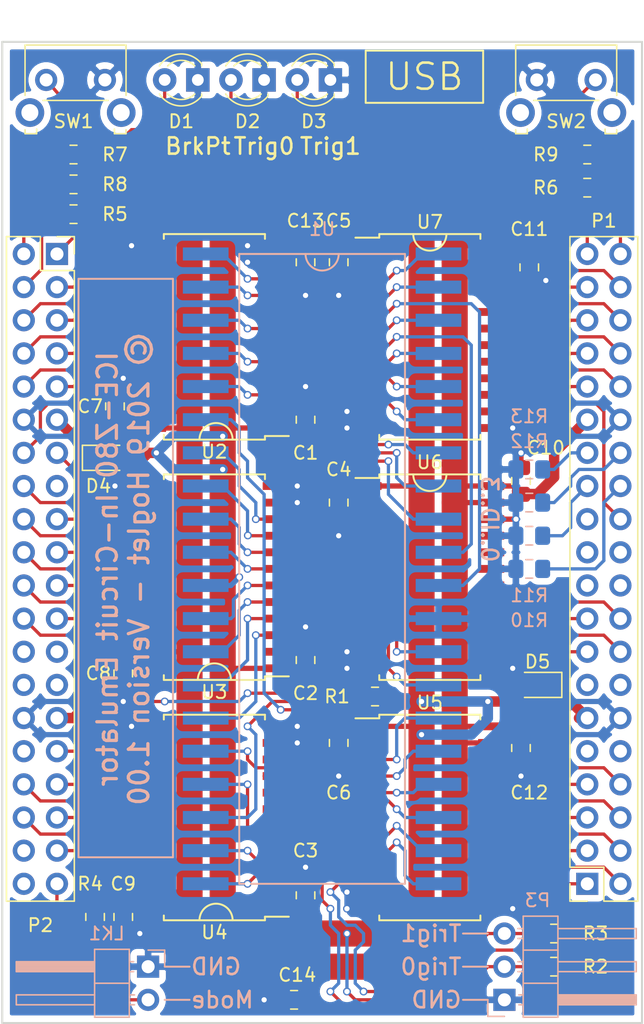
<source format=kicad_pcb>
(kicad_pcb (version 20171130) (host pcbnew 5.1.4-e60b266~84~ubuntu18.04.1)
  (layers (0 F.Cu signal) (31 B.Cu signal) (34 B.Paste user) (35 F.Paste user) (36 B.SilkS user) (37 F.SilkS user) (38 B.Mask user) (39 F.Mask user) (44 Edge.Cuts user))
  (net 0 "")
  (net 1 /GND)
  (net 2 /D7)
  (net 3 /D6)
  (net 4 /D5)
  (net 5 /D4)
  (net 6 /D3)
  (net 7 /D2)
  (net 8 /D1)
  (net 9 /D0)
  (net 10 /5V)
  (net 11 /3V3)
  (net 12 /A0)
  (net 13 /A1)
  (net 14 /A2)
  (net 15 /A3)
  (net 16 /A4)
  (net 17 /A5)
  (net 18 /A6)
  (net 19 /A7)
  (net 20 /A8)
  (net 21 /A9)
  (net 22 /A10)
  (net 23 /A11)
  (net 24 /A12)
  (net 25 /A13)
  (net 26 /A14)
  (net 27 /A15)
  (net 28 "Net-(R1-Pad2)")
  (net 29 /LV_A0)
  (net 30 /LV_A1)
  (net 31 /LV_A2)
  (net 32 /LV_A3)
  (net 33 /LV_A4)
  (net 34 /LV_A5)
  (net 35 /LV_A6)
  (net 36 /LV_A7)
  (net 37 /LV_A9)
  (net 38 /LV_A10)
  (net 39 /LV_A11)
  (net 40 /LV_A15)
  (net 41 /LV_A14)
  (net 42 /LV_A13)
  (net 43 /LV_D7)
  (net 44 /LV_D6)
  (net 45 /LV_D5)
  (net 46 /LV_D4)
  (net 47 /LV_D3)
  (net 48 /LV_D2)
  (net 49 /LV_D1)
  (net 50 /LV_D0)
  (net 51 /LV_OED)
  (net 52 /LV_A12)
  (net 53 "Net-(P1-Pad14)")
  (net 54 "Net-(P1-Pad13)")
  (net 55 "Net-(P1-Pad10)")
  (net 56 "Net-(P2-Pad28)")
  (net 57 "Net-(P2-Pad27)")
  (net 58 "Net-(P2-Pad25)")
  (net 59 "Net-(P2-Pad15)")
  (net 60 "Net-(D1-Pad2)")
  (net 61 "Net-(D2-Pad2)")
  (net 62 "Net-(D3-Pad2)")
  (net 63 /VIN2)
  (net 64 /VIN1)
  (net 65 /SW2)
  (net 66 /LED3)
  (net 67 /LV_TRIG1)
  (net 68 /LV_TRIG0)
  (net 69 /JUMPER)
  (net 70 /LED2)
  (net 71 /SW1)
  (net 72 /LED1)
  (net 73 /TRIG1)
  (net 74 /TRIG0)
  (net 75 /LV_DIRD)
  (net 76 /ID3)
  (net 77 /ID2)
  (net 78 /ID1)
  (net 79 /ID0)
  (net 80 "Net-(P1-Pad23)")
  (net 81 "Net-(P1-Pad22)")
  (net 82 "Net-(P1-Pad21)")
  (net 83 "Net-(P1-Pad20)")
  (net 84 "Net-(P1-Pad19)")
  (net 85 "Net-(P1-Pad9)")
  (net 86 "Net-(P2-Pad40)")
  (net 87 "Net-(P2-Pad38)")
  (net 88 "Net-(P2-Pad32)")
  (net 89 "Net-(P2-Pad26)")
  (net 90 /RFSH)
  (net 91 /M1)
  (net 92 /RESET)
  (net 93 /BUSRQ)
  (net 94 /WAIT)
  (net 95 /BUSACK)
  (net 96 /WR)
  (net 97 /IORQ)
  (net 98 /MREQ)
  (net 99 /HALT)
  (net 100 /NMI)
  (net 101 /INT)
  (net 102 /CLK)
  (net 103 /RD)
  (net 104 /LV_OEC)
  (net 105 /LV_WR)
  (net 106 /LV_RD)
  (net 107 /LV_IORQ)
  (net 108 /LV_MREQ)
  (net 109 /LV_RFSH)
  (net 110 /LV_M1)
  (net 111 /LV_BUSACK)
  (net 112 /LV_HALT)
  (net 113 /LV_CLK)
  (net 114 /LV_RESET)
  (net 115 /LV_BUSRQ)
  (net 116 /LV_WAIT)
  (net 117 /LV_INT)
  (net 118 /LV_NMI)
  (net 119 "Net-(U6-Pad21)")
  (net 120 "Net-(U6-Pad20)")
  (net 121 "Net-(U6-Pad19)")
  (net 122 "Net-(U6-Pad18)")
  (net 123 "Net-(U6-Pad6)")
  (net 124 "Net-(U6-Pad5)")
  (net 125 "Net-(U6-Pad4)")
  (net 126 "Net-(U6-Pad3)")
  (net 127 "Net-(U4-Pad10)")
  (net 128 "Net-(U4-Pad9)")
  (net 129 "Net-(U4-Pad17)")
  (net 130 "Net-(U4-Pad16)")
  (net 131 "Net-(U4-Pad15)")
  (net 132 "Net-(U4-Pad14)")
  (net 133 "Net-(U4-Pad8)")
  (net 134 "Net-(U4-Pad7)")
  (net 135 /LV_A8)
  (net 136 /LV_OEA1)
  (net 137 /LV_OEA2)
  (module Capacitor_SMD:C_0805_2012Metric_Pad1.15x1.40mm_HandSolder (layer F.Cu) (at 191.77 97.155 90)
    (fp_text reference C2 (at -2.54 0 180) (layer F.SilkS))
    (fp_text value 100nF)
    (pad 2 smd roundrect (at 1.025 0 90) (size 1.15 1.4) (layers F.Cu F.Paste F.Mask) (roundrect_rratio 0.217391) (net 1 /GND))
    (pad 1 smd roundrect (at -1.025 0 90) (size 1.15 1.4) (layers F.Cu F.Paste F.Mask) (roundrect_rratio 0.217391) (net 10 /5V))
  )
  (module footprints:dip40_smt_header (layer B.Cu) (at 185.42 66.04 180)
    (fp_text reference U1 (at -7.62 1.905) (layer B.SilkS) (effects (justify mirror)))
    (fp_text value Z80CPU)
    (pad 40 smd rect (at -15.24 0 180) (size 3.5 1) (drill (offset -1.3 0)) (layers B.Cu B.Paste B.Mask) (net 22 /A10))
    (pad 39 smd rect (at -15.24 -2.54 180) (size 3.5 1) (drill (offset -1.3 0)) (layers B.Cu B.Paste B.Mask) (net 21 /A9))
    (pad 38 smd rect (at -15.24 -5.08 180) (size 3.5 1) (drill (offset -1.3 0)) (layers B.Cu B.Paste B.Mask) (net 20 /A8))
    (pad 37 smd rect (at -15.24 -7.62 180) (size 3.5 1) (drill (offset -1.3 0)) (layers B.Cu B.Paste B.Mask) (net 19 /A7))
    (pad 36 smd rect (at -15.24 -10.16 180) (size 3.5 1) (drill (offset -1.3 0)) (layers B.Cu B.Paste B.Mask) (net 18 /A6))
    (pad 35 smd rect (at -15.24 -12.7 180) (size 3.5 1) (drill (offset -1.3 0)) (layers B.Cu B.Paste B.Mask) (net 17 /A5))
    (pad 34 smd rect (at -15.24 -15.24 180) (size 3.5 1) (drill (offset -1.3 0)) (layers B.Cu B.Paste B.Mask) (net 16 /A4))
    (pad 33 smd rect (at -15.24 -17.78 180) (size 3.5 1) (drill (offset -1.3 0)) (layers B.Cu B.Paste B.Mask) (net 15 /A3))
    (pad 32 smd rect (at -15.24 -20.32 180) (size 3.5 1) (drill (offset -1.3 0)) (layers B.Cu B.Paste B.Mask) (net 14 /A2))
    (pad 31 smd rect (at -15.24 -22.86 180) (size 3.5 1) (drill (offset -1.3 0)) (layers B.Cu B.Paste B.Mask) (net 13 /A1))
    (pad 30 smd rect (at -15.24 -25.4 180) (size 3.5 1) (drill (offset -1.3 0)) (layers B.Cu B.Paste B.Mask) (net 12 /A0))
    (pad 29 smd rect (at -15.24 -27.94 180) (size 3.5 1) (drill (offset -1.3 0)) (layers B.Cu B.Paste B.Mask) (net 1 /GND))
    (pad 28 smd rect (at -15.24 -30.48 180) (size 3.5 1) (drill (offset -1.3 0)) (layers B.Cu B.Paste B.Mask) (net 90 /RFSH))
    (pad 27 smd rect (at -15.24 -33.02 180) (size 3.5 1) (drill (offset -1.3 0)) (layers B.Cu B.Paste B.Mask) (net 91 /M1))
    (pad 26 smd rect (at -15.24 -35.56 180) (size 3.5 1) (drill (offset -1.3 0)) (layers B.Cu B.Paste B.Mask) (net 92 /RESET))
    (pad 25 smd rect (at -15.24 -38.1 180) (size 3.5 1) (drill (offset -1.3 0)) (layers B.Cu B.Paste B.Mask) (net 93 /BUSRQ))
    (pad 24 smd rect (at -15.24 -40.64 180) (size 3.5 1) (drill (offset -1.3 0)) (layers B.Cu B.Paste B.Mask) (net 94 /WAIT))
    (pad 23 smd rect (at -15.24 -43.18 180) (size 3.5 1) (drill (offset -1.3 0)) (layers B.Cu B.Paste B.Mask) (net 95 /BUSACK))
    (pad 22 smd rect (at -15.24 -45.72 180) (size 3.5 1) (drill (offset -1.3 0)) (layers B.Cu B.Paste B.Mask) (net 96 /WR))
    (pad 20 smd rect (at 0 -48.26 180) (size 3.5 1) (drill (offset 1.3 0)) (layers B.Cu B.Paste B.Mask) (net 97 /IORQ))
    (pad 19 smd rect (at 0 -45.72 180) (size 3.5 1) (drill (offset 1.3 0)) (layers B.Cu B.Paste B.Mask) (net 98 /MREQ))
    (pad 18 smd rect (at 0 -43.18 180) (size 3.5 1) (drill (offset 1.3 0)) (layers B.Cu B.Paste B.Mask) (net 99 /HALT))
    (pad 17 smd rect (at 0 -40.64 180) (size 3.5 1) (drill (offset 1.3 0)) (layers B.Cu B.Paste B.Mask) (net 100 /NMI))
    (pad 16 smd rect (at 0 -38.1 180) (size 3.5 1) (drill (offset 1.3 0)) (layers B.Cu B.Paste B.Mask) (net 101 /INT))
    (pad 15 smd rect (at 0 -35.56 180) (size 3.5 1) (drill (offset 1.3 0)) (layers B.Cu B.Paste B.Mask) (net 8 /D1))
    (pad 14 smd rect (at 0 -33.02 180) (size 3.5 1) (drill (offset 1.3 0)) (layers B.Cu B.Paste B.Mask) (net 9 /D0))
    (pad 13 smd rect (at 0 -30.48 180) (size 3.5 1) (drill (offset 1.3 0)) (layers B.Cu B.Paste B.Mask) (net 2 /D7))
    (pad 12 smd rect (at 0 -27.94 180) (size 3.5 1) (drill (offset 1.3 0)) (layers B.Cu B.Paste B.Mask) (net 7 /D2))
    (pad 11 smd rect (at 0 -25.4 180) (size 3.5 1) (drill (offset 1.3 0)) (layers B.Cu B.Paste B.Mask) (net 10 /5V))
    (pad 10 smd rect (at 0 -22.86 180) (size 3.5 1) (drill (offset 1.3 0)) (layers B.Cu B.Paste B.Mask) (net 3 /D6))
    (pad 9 smd rect (at 0 -20.32 180) (size 3.5 1) (drill (offset 1.3 0)) (layers B.Cu B.Paste B.Mask) (net 4 /D5))
    (pad 8 smd rect (at 0 -17.78 180) (size 3.5 1) (drill (offset 1.3 0)) (layers B.Cu B.Paste B.Mask) (net 6 /D3))
    (pad 7 smd rect (at 0 -15.24 180) (size 3.5 1) (drill (offset 1.3 0)) (layers B.Cu B.Paste B.Mask) (net 5 /D4))
    (pad 6 smd rect (at 0 -12.7 180) (size 3.5 1) (drill (offset 1.3 0)) (layers B.Cu B.Paste B.Mask) (net 102 /CLK))
    (pad 5 smd rect (at 0 -10.16 180) (size 3.5 1) (drill (offset 1.3 0)) (layers B.Cu B.Paste B.Mask) (net 27 /A15))
    (pad 4 smd rect (at 0 -7.62 180) (size 3.5 1) (drill (offset 1.3 0)) (layers B.Cu B.Paste B.Mask) (net 26 /A14))
    (pad 3 smd rect (at 0 -5.08 180) (size 3.5 1) (drill (offset 1.3 0)) (layers B.Cu B.Paste B.Mask) (net 25 /A13))
    (pad 2 smd rect (at 0 -2.54 180) (size 3.5 1) (drill (offset 1.3 0)) (layers B.Cu B.Paste B.Mask) (net 24 /A12))
    (pad 1 smd rect (at 0 0 180) (size 3.5 1) (drill (offset 1.3 0)) (layers B.Cu B.Paste B.Mask) (net 23 /A11))
    (pad 21 smd rect (at -15.24 -48.26 180) (size 3.5 1) (drill (offset -1.3 0)) (layers B.Cu B.Paste B.Mask) (net 103 /RD))
  )
  (module Capacitor_SMD:C_0805_2012Metric_Pad1.15x1.40mm_HandSolder (layer F.Cu) (at 208.28 103.895 270)
    (fp_text reference C12 (at 3.42 -0.635 180) (layer F.SilkS))
    (fp_text value 100nF)
    (pad 2 smd roundrect (at 1.025 0 270) (size 1.15 1.4) (layers F.Cu F.Paste F.Mask) (roundrect_rratio 0.217391) (net 1 /GND))
    (pad 1 smd roundrect (at -1.025 0 270) (size 1.15 1.4) (layers F.Cu F.Paste F.Mask) (roundrect_rratio 0.217391) (net 11 /3V3))
  )
  (module Capacitor_SMD:C_0805_2012Metric_Pad1.15x1.40mm_HandSolder (layer F.Cu) (at 194.31 103.505 270)
    (fp_text reference C6 (at 3.81 0 180) (layer F.SilkS))
    (fp_text value 100nF)
    (pad 2 smd roundrect (at 1.025 0 270) (size 1.15 1.4) (layers F.Cu F.Paste F.Mask) (roundrect_rratio 0.217391) (net 1 /GND))
    (pad 1 smd roundrect (at -1.025 0 270) (size 1.15 1.4) (layers F.Cu F.Paste F.Mask) (roundrect_rratio 0.217391) (net 10 /5V))
  )
  (module footprints:SOIC-24W_7.5x15.4mm_Pitch1.27mm (layer F.Cu) (at 201.295 109.22)
    (fp_text reference U5 (at 0 -8.8) (layer F.SilkS))
    (fp_text value 74LVC4245)
    (pad 24 smd rect (at 4.7 -6.985) (size 2 0.6) (layers F.Cu F.Paste F.Mask) (net 11 /3V3))
    (pad 23 smd rect (at 4.7 -5.715) (size 2 0.6) (layers F.Cu F.Paste F.Mask) (net 11 /3V3))
    (pad 22 smd rect (at 4.7 -4.445) (size 2 0.6) (layers F.Cu F.Paste F.Mask) (net 1 /GND))
    (pad 21 smd rect (at 4.7 -3.175) (size 2 0.6) (layers F.Cu F.Paste F.Mask) (net 114 /LV_RESET))
    (pad 20 smd rect (at 4.7 -1.905) (size 2 0.6) (layers F.Cu F.Paste F.Mask) (net 115 /LV_BUSRQ))
    (pad 19 smd rect (at 4.7 -0.635) (size 2 0.6) (layers F.Cu F.Paste F.Mask) (net 116 /LV_WAIT))
    (pad 18 smd rect (at 4.7 0.635) (size 2 0.6) (layers F.Cu F.Paste F.Mask) (net 113 /LV_CLK))
    (pad 17 smd rect (at 4.7 1.905) (size 2 0.6) (layers F.Cu F.Paste F.Mask) (net 117 /LV_INT))
    (pad 16 smd rect (at 4.7 3.175) (size 2 0.6) (layers F.Cu F.Paste F.Mask) (net 118 /LV_NMI))
    (pad 15 smd rect (at 4.7 4.445) (size 2 0.6) (layers F.Cu F.Paste F.Mask) (net 68 /LV_TRIG0))
    (pad 14 smd rect (at 4.7 5.715) (size 2 0.6) (layers F.Cu F.Paste F.Mask) (net 67 /LV_TRIG1))
    (pad 13 smd rect (at 4.7 6.985) (size 2 0.6) (layers F.Cu F.Paste F.Mask) (net 1 /GND))
    (pad 12 smd rect (at -4.7 6.985) (size 2 0.6) (layers F.Cu F.Paste F.Mask) (net 1 /GND))
    (pad 11 smd rect (at -4.7 5.715) (size 2 0.6) (layers F.Cu F.Paste F.Mask) (net 1 /GND))
    (pad 10 smd rect (at -4.7 4.445) (size 2 0.6) (layers F.Cu F.Paste F.Mask) (net 73 /TRIG1))
    (pad 9 smd rect (at -4.7 3.175) (size 2 0.6) (layers F.Cu F.Paste F.Mask) (net 74 /TRIG0))
    (pad 8 smd rect (at -4.7 1.905) (size 2 0.6) (layers F.Cu F.Paste F.Mask) (net 100 /NMI))
    (pad 7 smd rect (at -4.7 0.635) (size 2 0.6) (layers F.Cu F.Paste F.Mask) (net 101 /INT))
    (pad 6 smd rect (at -4.7 -0.635) (size 2 0.6) (layers F.Cu F.Paste F.Mask) (net 102 /CLK))
    (pad 5 smd rect (at -4.7 -1.905) (size 2 0.6) (layers F.Cu F.Paste F.Mask) (net 94 /WAIT))
    (pad 4 smd rect (at -4.7 -3.175) (size 2 0.6) (layers F.Cu F.Paste F.Mask) (net 93 /BUSRQ))
    (pad 3 smd rect (at -4.7 -4.445) (size 2 0.6) (layers F.Cu F.Paste F.Mask) (net 92 /RESET))
    (pad 2 smd rect (at -4.7 -5.715) (size 2 0.6) (layers F.Cu F.Paste F.Mask) (net 28 "Net-(R1-Pad2)"))
    (pad 1 smd rect (at -4.7 -6.985) (size 2 0.6) (layers F.Cu F.Paste F.Mask) (net 10 /5V))
  )
  (module Resistor_SMD:R_0805_2012Metric_Pad1.15x1.40mm_HandSolder (layer F.Cu) (at 197.095 99.949 180)
    (fp_text reference R1 (at 2.912 0) (layer F.SilkS))
    (fp_text value 22K)
    (pad 2 smd roundrect (at 1.025 0 180) (size 1.15 1.4) (layers F.Cu F.Paste F.Mask) (roundrect_rratio 0.217391) (net 28 "Net-(R1-Pad2)"))
    (pad 1 smd roundrect (at -1.025 0 180) (size 1.15 1.4) (layers F.Cu F.Paste F.Mask) (roundrect_rratio 0.217391) (net 10 /5V))
  )
  (module Resistor_SMD:R_0805_2012Metric_Pad1.15x1.40mm_HandSolder (layer B.Cu) (at 208.915 82.55)
    (fp_text reference R13 (at 0 -4.064) (layer B.SilkS) (effects (justify mirror)))
    (fp_text value 0)
    (pad 2 smd roundrect (at 1.025 0) (size 1.15 1.4) (layers B.Cu B.Paste B.Mask) (roundrect_rratio 0.217391) (net 76 /ID3))
    (pad 1 smd roundrect (at -1.025 0) (size 1.15 1.4) (layers B.Cu B.Paste B.Mask) (roundrect_rratio 0.217391) (net 1 /GND))
  )
  (module Resistor_SMD:R_0805_2012Metric_Pad1.15x1.40mm_HandSolder (layer B.Cu) (at 208.915 85.09)
    (fp_text reference R12 (at 0 -4.699) (layer B.SilkS) (effects (justify mirror)))
    (fp_text value 0)
    (pad 2 smd roundrect (at 1.025 0) (size 1.15 1.4) (layers B.Cu B.Paste B.Mask) (roundrect_rratio 0.217391) (net 77 /ID2))
    (pad 1 smd roundrect (at -1.025 0) (size 1.15 1.4) (layers B.Cu B.Paste B.Mask) (roundrect_rratio 0.217391) (net 1 /GND))
  )
  (module Resistor_SMD:R_0805_2012Metric_Pad1.15x1.40mm_HandSolder (layer B.Cu) (at 208.915 87.63)
    (fp_text reference R11 (at 0 4.572) (layer B.SilkS) (effects (justify mirror)))
    (fp_text value 0)
    (pad 2 smd roundrect (at 1.025 0) (size 1.15 1.4) (layers B.Cu B.Paste B.Mask) (roundrect_rratio 0.217391) (net 78 /ID1))
    (pad 1 smd roundrect (at -1.025 0) (size 1.15 1.4) (layers B.Cu B.Paste B.Mask) (roundrect_rratio 0.217391) (net 1 /GND))
  )
  (module Resistor_SMD:R_0805_2012Metric_Pad1.15x1.40mm_HandSolder (layer B.Cu) (at 208.915 90.17)
    (fp_text reference R10 (at 0 3.937) (layer B.SilkS) (effects (justify mirror)))
    (fp_text value 0)
    (pad 2 smd roundrect (at 1.025 0) (size 1.15 1.4) (layers B.Cu B.Paste B.Mask) (roundrect_rratio 0.217391) (net 79 /ID0))
    (pad 1 smd roundrect (at -1.025 0) (size 1.15 1.4) (layers B.Cu B.Paste B.Mask) (roundrect_rratio 0.217391) (net 1 /GND))
  )
  (module Resistor_SMD:R_0805_2012Metric_Pad1.15x1.40mm_HandSolder (layer F.Cu) (at 210.82 118.11 180)
    (fp_text reference R3 (at -3.175 0 180) (layer F.SilkS))
    (fp_text value 22K)
    (pad 1 smd roundrect (at -1.025 0 180) (size 1.15 1.4) (layers F.Cu F.Paste F.Mask) (roundrect_rratio 0.217391) (net 10 /5V))
    (pad 2 smd roundrect (at 1.025 0 180) (size 1.15 1.4) (layers F.Cu F.Paste F.Mask) (roundrect_rratio 0.217391) (net 73 /TRIG1))
  )
  (module footprints:SOIC-24W_7.5x15.4mm_Pitch1.27mm (layer F.Cu) (at 184.785 72.39 180)
    (fp_text reference U2 (at 0 -8.8 180) (layer F.SilkS))
    (fp_text value 74LVC4245)
    (pad 24 smd rect (at 4.7 -6.985 180) (size 2 0.6) (layers F.Cu F.Paste F.Mask) (net 11 /3V3))
    (pad 23 smd rect (at 4.7 -5.715 180) (size 2 0.6) (layers F.Cu F.Paste F.Mask) (net 11 /3V3))
    (pad 22 smd rect (at 4.7 -4.445 180) (size 2 0.6) (layers F.Cu F.Paste F.Mask) (net 136 /LV_OEA1))
    (pad 21 smd rect (at 4.7 -3.175 180) (size 2 0.6) (layers F.Cu F.Paste F.Mask) (net 40 /LV_A15))
    (pad 20 smd rect (at 4.7 -1.905 180) (size 2 0.6) (layers F.Cu F.Paste F.Mask) (net 31 /LV_A2))
    (pad 19 smd rect (at 4.7 -0.635 180) (size 2 0.6) (layers F.Cu F.Paste F.Mask) (net 41 /LV_A14))
    (pad 18 smd rect (at 4.7 0.635 180) (size 2 0.6) (layers F.Cu F.Paste F.Mask) (net 32 /LV_A3))
    (pad 17 smd rect (at 4.7 1.905 180) (size 2 0.6) (layers F.Cu F.Paste F.Mask) (net 42 /LV_A13))
    (pad 16 smd rect (at 4.7 3.175 180) (size 2 0.6) (layers F.Cu F.Paste F.Mask) (net 33 /LV_A4))
    (pad 15 smd rect (at 4.7 4.445 180) (size 2 0.6) (layers F.Cu F.Paste F.Mask) (net 52 /LV_A12))
    (pad 14 smd rect (at 4.7 5.715 180) (size 2 0.6) (layers F.Cu F.Paste F.Mask) (net 39 /LV_A11))
    (pad 13 smd rect (at 4.7 6.985 180) (size 2 0.6) (layers F.Cu F.Paste F.Mask) (net 1 /GND))
    (pad 12 smd rect (at -4.7 6.985 180) (size 2 0.6) (layers F.Cu F.Paste F.Mask) (net 1 /GND))
    (pad 11 smd rect (at -4.7 5.715 180) (size 2 0.6) (layers F.Cu F.Paste F.Mask) (net 1 /GND))
    (pad 10 smd rect (at -4.7 4.445 180) (size 2 0.6) (layers F.Cu F.Paste F.Mask) (net 23 /A11))
    (pad 9 smd rect (at -4.7 3.175 180) (size 2 0.6) (layers F.Cu F.Paste F.Mask) (net 24 /A12))
    (pad 8 smd rect (at -4.7 1.905 180) (size 2 0.6) (layers F.Cu F.Paste F.Mask) (net 16 /A4))
    (pad 7 smd rect (at -4.7 0.635 180) (size 2 0.6) (layers F.Cu F.Paste F.Mask) (net 25 /A13))
    (pad 6 smd rect (at -4.7 -0.635 180) (size 2 0.6) (layers F.Cu F.Paste F.Mask) (net 15 /A3))
    (pad 5 smd rect (at -4.7 -1.905 180) (size 2 0.6) (layers F.Cu F.Paste F.Mask) (net 26 /A14))
    (pad 4 smd rect (at -4.7 -3.175 180) (size 2 0.6) (layers F.Cu F.Paste F.Mask) (net 14 /A2))
    (pad 3 smd rect (at -4.7 -4.445 180) (size 2 0.6) (layers F.Cu F.Paste F.Mask) (net 27 /A15))
    (pad 2 smd rect (at -4.7 -5.715 180) (size 2 0.6) (layers F.Cu F.Paste F.Mask) (net 1 /GND))
    (pad 1 smd rect (at -4.7 -6.985 180) (size 2 0.6) (layers F.Cu F.Paste F.Mask) (net 10 /5V))
  )
  (module Connector_PinHeader_2.54mm:PinHeader_1x02_P2.54mm_Horizontal (layer B.Cu) (at 179.705 120.65 180)
    (fp_text reference LK1 (at 3.175 2.54) (layer B.SilkS) (effects (justify mirror)))
    (fp_text value Conn_01x02)
    (pad 2 thru_hole oval (at 0 -2.54 180) (size 1.7 1.7) (drill 1) (layers *.Cu *.Mask) (net 69 /JUMPER))
    (pad 1 thru_hole rect (at 0 0 180) (size 1.7 1.7) (drill 1) (layers *.Cu *.Mask) (net 1 /GND))
  )
  (module Connector_PinHeader_2.54mm:PinHeader_1x03_P2.54mm_Horizontal (layer B.Cu) (at 207.01 123.19)
    (fp_text reference P3 (at 2.54 -7.62) (layer B.SilkS) (effects (justify mirror)))
    (fp_text value Conn_01x03)
    (pad 3 thru_hole oval (at 0 -5.08) (size 1.7 1.7) (drill 1) (layers *.Cu *.Mask) (net 73 /TRIG1))
    (pad 2 thru_hole oval (at 0 -2.54) (size 1.7 1.7) (drill 1) (layers *.Cu *.Mask) (net 74 /TRIG0))
    (pad 1 thru_hole rect (at 0 0) (size 1.7 1.7) (drill 1) (layers *.Cu *.Mask) (net 1 /GND))
  )
  (module footprints:SW_Tactile_SKHH_Angled (layer F.Cu) (at 209.495 52.705)
    (fp_text reference SW2 (at 2.25 3.175) (layer F.SilkS))
    (fp_text value SW_Push)
    (pad "" thru_hole circle (at 5.75 2.5 180) (size 2.2 2.2) (drill 1.3) (layers *.Cu *.Mask))
    (pad "" thru_hole circle (at -1.25 2.5 180) (size 2.2 2.2) (drill 1.3) (layers *.Cu *.Mask))
    (pad 2 thru_hole circle (at 4.5 0 180) (size 1.7 1.7) (drill 1) (layers *.Cu *.Mask) (net 65 /SW2))
    (pad 1 thru_hole circle (at 0 0 180) (size 1.7 1.7) (drill 1) (layers *.Cu *.Mask) (net 1 /GND))
  )
  (module footprints:SW_Tactile_SKHH_Angled (layer F.Cu) (at 171.8945 52.705)
    (fp_text reference SW1 (at 2.0955 3.175) (layer F.SilkS))
    (fp_text value SW_Push)
    (pad "" thru_hole circle (at 5.75 2.5 180) (size 2.2 2.2) (drill 1.3) (layers *.Cu *.Mask))
    (pad "" thru_hole circle (at -1.25 2.5 180) (size 2.2 2.2) (drill 1.3) (layers *.Cu *.Mask))
    (pad 2 thru_hole circle (at 4.5 0 180) (size 1.7 1.7) (drill 1) (layers *.Cu *.Mask) (net 1 /GND))
    (pad 1 thru_hole circle (at 0 0 180) (size 1.7 1.7) (drill 1) (layers *.Cu *.Mask) (net 71 /SW1))
  )
  (module LED_THT:LED_D3.0mm (layer F.Cu) (at 188.595 52.705 180)
    (fp_text reference D2 (at 1.27 -3.175) (layer F.SilkS))
    (fp_text value LED)
    (pad 2 thru_hole circle (at 2.54 0 180) (size 1.8 1.8) (drill 0.9) (layers *.Cu *.Mask) (net 61 "Net-(D2-Pad2)"))
    (pad 1 thru_hole rect (at 0 0 180) (size 1.8 1.8) (drill 0.9) (layers *.Cu *.Mask) (net 1 /GND))
  )
  (module LED_THT:LED_D3.0mm (layer F.Cu) (at 193.675 52.705 180)
    (fp_text reference D3 (at 1.27 -3.175) (layer F.SilkS))
    (fp_text value LED)
    (pad 2 thru_hole circle (at 2.54 0 180) (size 1.8 1.8) (drill 0.9) (layers *.Cu *.Mask) (net 62 "Net-(D3-Pad2)"))
    (pad 1 thru_hole rect (at 0 0 180) (size 1.8 1.8) (drill 0.9) (layers *.Cu *.Mask) (net 1 /GND))
  )
  (module LED_THT:LED_D3.0mm (layer F.Cu) (at 183.515 52.705 180)
    (fp_text reference D1 (at 1.27 -3.175) (layer F.SilkS))
    (fp_text value LED)
    (pad 2 thru_hole circle (at 2.54 0 180) (size 1.8 1.8) (drill 0.9) (layers *.Cu *.Mask) (net 60 "Net-(D1-Pad2)"))
    (pad 1 thru_hole rect (at 0 0 180) (size 1.8 1.8) (drill 0.9) (layers *.Cu *.Mask) (net 1 /GND))
  )
  (module Connector_PinSocket_2.54mm:PinSocket_2x20_P2.54mm_Vertical (layer F.Cu) (at 172.72 66.04)
    (fp_text reference P2 (at -1.27 51.435) (layer F.SilkS))
    (fp_text value Conn_02x20_Odd_Even)
    (pad 40 thru_hole oval (at -2.54 48.26) (size 1.7 1.7) (drill 1) (layers *.Cu *.Mask) (net 86 "Net-(P2-Pad40)"))
    (pad 39 thru_hole oval (at 0 48.26) (size 1.7 1.7) (drill 1) (layers *.Cu *.Mask) (net 69 /JUMPER))
    (pad 38 thru_hole oval (at -2.54 45.72) (size 1.7 1.7) (drill 1) (layers *.Cu *.Mask) (net 87 "Net-(P2-Pad38)"))
    (pad 37 thru_hole oval (at 0 45.72) (size 1.7 1.7) (drill 1) (layers *.Cu *.Mask) (net 104 /LV_OEC))
    (pad 36 thru_hole oval (at -2.54 43.18) (size 1.7 1.7) (drill 1) (layers *.Cu *.Mask) (net 107 /LV_IORQ))
    (pad 35 thru_hole oval (at 0 43.18) (size 1.7 1.7) (drill 1) (layers *.Cu *.Mask) (net 108 /LV_MREQ))
    (pad 34 thru_hole oval (at -2.54 40.64) (size 1.7 1.7) (drill 1) (layers *.Cu *.Mask) (net 106 /LV_RD))
    (pad 33 thru_hole oval (at 0 40.64) (size 1.7 1.7) (drill 1) (layers *.Cu *.Mask) (net 105 /LV_WR))
    (pad 32 thru_hole oval (at -2.54 38.1) (size 1.7 1.7) (drill 1) (layers *.Cu *.Mask) (net 88 "Net-(P2-Pad32)"))
    (pad 31 thru_hole oval (at 0 38.1) (size 1.7 1.7) (drill 1) (layers *.Cu *.Mask) (net 75 /LV_DIRD))
    (pad 30 thru_hole oval (at -2.54 35.56) (size 1.7 1.7) (drill 1) (layers *.Cu *.Mask) (net 1 /GND))
    (pad 29 thru_hole oval (at 0 35.56) (size 1.7 1.7) (drill 1) (layers *.Cu *.Mask) (net 11 /3V3))
    (pad 28 thru_hole oval (at -2.54 33.02) (size 1.7 1.7) (drill 1) (layers *.Cu *.Mask) (net 56 "Net-(P2-Pad28)"))
    (pad 27 thru_hole oval (at 0 33.02) (size 1.7 1.7) (drill 1) (layers *.Cu *.Mask) (net 57 "Net-(P2-Pad27)"))
    (pad 26 thru_hole oval (at -2.54 30.48) (size 1.7 1.7) (drill 1) (layers *.Cu *.Mask) (net 89 "Net-(P2-Pad26)"))
    (pad 25 thru_hole oval (at 0 30.48) (size 1.7 1.7) (drill 1) (layers *.Cu *.Mask) (net 58 "Net-(P2-Pad25)"))
    (pad 24 thru_hole oval (at -2.54 27.94) (size 1.7 1.7) (drill 1) (layers *.Cu *.Mask) (net 51 /LV_OED))
    (pad 23 thru_hole oval (at 0 27.94) (size 1.7 1.7) (drill 1) (layers *.Cu *.Mask) (net 49 /LV_D1))
    (pad 22 thru_hole oval (at -2.54 25.4) (size 1.7 1.7) (drill 1) (layers *.Cu *.Mask) (net 50 /LV_D0))
    (pad 21 thru_hole oval (at 0 25.4) (size 1.7 1.7) (drill 1) (layers *.Cu *.Mask) (net 43 /LV_D7))
    (pad 20 thru_hole oval (at -2.54 22.86) (size 1.7 1.7) (drill 1) (layers *.Cu *.Mask) (net 48 /LV_D2))
    (pad 19 thru_hole oval (at 0 22.86) (size 1.7 1.7) (drill 1) (layers *.Cu *.Mask) (net 44 /LV_D6))
    (pad 18 thru_hole oval (at -2.54 20.32) (size 1.7 1.7) (drill 1) (layers *.Cu *.Mask) (net 45 /LV_D5))
    (pad 17 thru_hole oval (at 0 20.32) (size 1.7 1.7) (drill 1) (layers *.Cu *.Mask) (net 47 /LV_D3))
    (pad 16 thru_hole oval (at -2.54 17.78) (size 1.7 1.7) (drill 1) (layers *.Cu *.Mask) (net 46 /LV_D4))
    (pad 15 thru_hole oval (at 0 17.78) (size 1.7 1.7) (drill 1) (layers *.Cu *.Mask) (net 59 "Net-(P2-Pad15)"))
    (pad 14 thru_hole oval (at -2.54 15.24) (size 1.7 1.7) (drill 1) (layers *.Cu *.Mask) (net 40 /LV_A15))
    (pad 13 thru_hole oval (at 0 15.24) (size 1.7 1.7) (drill 1) (layers *.Cu *.Mask) (net 136 /LV_OEA1))
    (pad 12 thru_hole oval (at -2.54 12.7) (size 1.7 1.7) (drill 1) (layers *.Cu *.Mask) (net 1 /GND))
    (pad 11 thru_hole oval (at 0 12.7) (size 1.7 1.7) (drill 1) (layers *.Cu *.Mask) (net 63 /VIN2))
    (pad 10 thru_hole oval (at -2.54 10.16) (size 1.7 1.7) (drill 1) (layers *.Cu *.Mask) (net 41 /LV_A14))
    (pad 9 thru_hole oval (at 0 10.16) (size 1.7 1.7) (drill 1) (layers *.Cu *.Mask) (net 31 /LV_A2))
    (pad 8 thru_hole oval (at -2.54 7.62) (size 1.7 1.7) (drill 1) (layers *.Cu *.Mask) (net 42 /LV_A13))
    (pad 7 thru_hole oval (at 0 7.62) (size 1.7 1.7) (drill 1) (layers *.Cu *.Mask) (net 32 /LV_A3))
    (pad 6 thru_hole oval (at -2.54 5.08) (size 1.7 1.7) (drill 1) (layers *.Cu *.Mask) (net 52 /LV_A12))
    (pad 5 thru_hole oval (at 0 5.08) (size 1.7 1.7) (drill 1) (layers *.Cu *.Mask) (net 33 /LV_A4))
    (pad 4 thru_hole oval (at -2.54 2.54) (size 1.7 1.7) (drill 1) (layers *.Cu *.Mask) (net 70 /LED2))
    (pad 3 thru_hole oval (at 0 2.54) (size 1.7 1.7) (drill 1) (layers *.Cu *.Mask) (net 39 /LV_A11))
    (pad 2 thru_hole oval (at -2.54 0) (size 1.7 1.7) (drill 1) (layers *.Cu *.Mask) (net 72 /LED1))
    (pad 1 thru_hole rect (at 0 0) (size 1.7 1.7) (drill 1) (layers *.Cu *.Mask) (net 71 /SW1))
  )
  (module Connector_PinSocket_2.54mm:PinSocket_2x20_P2.54mm_Vertical (layer F.Cu) (at 213.36 114.3 180)
    (fp_text reference P1 (at -1.27 50.8) (layer F.SilkS))
    (fp_text value Conn_02x20_Odd_Even)
    (pad 40 thru_hole oval (at -2.54 48.26 180) (size 1.7 1.7) (drill 1) (layers *.Cu *.Mask) (net 66 /LED3))
    (pad 39 thru_hole oval (at 0 48.26 180) (size 1.7 1.7) (drill 1) (layers *.Cu *.Mask) (net 65 /SW2))
    (pad 38 thru_hole oval (at -2.54 45.72 180) (size 1.7 1.7) (drill 1) (layers *.Cu *.Mask) (net 137 /LV_OEA2))
    (pad 37 thru_hole oval (at 0 45.72 180) (size 1.7 1.7) (drill 1) (layers *.Cu *.Mask) (net 38 /LV_A10))
    (pad 36 thru_hole oval (at -2.54 43.18 180) (size 1.7 1.7) (drill 1) (layers *.Cu *.Mask) (net 37 /LV_A9))
    (pad 35 thru_hole oval (at 0 43.18 180) (size 1.7 1.7) (drill 1) (layers *.Cu *.Mask) (net 29 /LV_A0))
    (pad 34 thru_hole oval (at -2.54 40.64 180) (size 1.7 1.7) (drill 1) (layers *.Cu *.Mask) (net 135 /LV_A8))
    (pad 33 thru_hole oval (at 0 40.64 180) (size 1.7 1.7) (drill 1) (layers *.Cu *.Mask) (net 30 /LV_A1))
    (pad 32 thru_hole oval (at -2.54 38.1 180) (size 1.7 1.7) (drill 1) (layers *.Cu *.Mask) (net 36 /LV_A7))
    (pad 31 thru_hole oval (at 0 38.1 180) (size 1.7 1.7) (drill 1) (layers *.Cu *.Mask) (net 35 /LV_A6))
    (pad 30 thru_hole oval (at -2.54 35.56 180) (size 1.7 1.7) (drill 1) (layers *.Cu *.Mask) (net 1 /GND))
    (pad 29 thru_hole oval (at 0 35.56 180) (size 1.7 1.7) (drill 1) (layers *.Cu *.Mask) (net 11 /3V3))
    (pad 28 thru_hole oval (at -2.54 33.02 180) (size 1.7 1.7) (drill 1) (layers *.Cu *.Mask) (net 77 /ID2))
    (pad 27 thru_hole oval (at 0 33.02 180) (size 1.7 1.7) (drill 1) (layers *.Cu *.Mask) (net 76 /ID3))
    (pad 26 thru_hole oval (at -2.54 30.48 180) (size 1.7 1.7) (drill 1) (layers *.Cu *.Mask) (net 79 /ID0))
    (pad 25 thru_hole oval (at 0 30.48 180) (size 1.7 1.7) (drill 1) (layers *.Cu *.Mask) (net 78 /ID1))
    (pad 24 thru_hole oval (at -2.54 27.94 180) (size 1.7 1.7) (drill 1) (layers *.Cu *.Mask) (net 34 /LV_A5))
    (pad 23 thru_hole oval (at 0 27.94 180) (size 1.7 1.7) (drill 1) (layers *.Cu *.Mask) (net 80 "Net-(P1-Pad23)"))
    (pad 22 thru_hole oval (at -2.54 25.4 180) (size 1.7 1.7) (drill 1) (layers *.Cu *.Mask) (net 81 "Net-(P1-Pad22)"))
    (pad 21 thru_hole oval (at 0 25.4 180) (size 1.7 1.7) (drill 1) (layers *.Cu *.Mask) (net 82 "Net-(P1-Pad21)"))
    (pad 20 thru_hole oval (at -2.54 22.86 180) (size 1.7 1.7) (drill 1) (layers *.Cu *.Mask) (net 83 "Net-(P1-Pad20)"))
    (pad 19 thru_hole oval (at 0 22.86 180) (size 1.7 1.7) (drill 1) (layers *.Cu *.Mask) (net 84 "Net-(P1-Pad19)"))
    (pad 18 thru_hole oval (at -2.54 20.32 180) (size 1.7 1.7) (drill 1) (layers *.Cu *.Mask) (net 109 /LV_RFSH))
    (pad 17 thru_hole oval (at 0 20.32 180) (size 1.7 1.7) (drill 1) (layers *.Cu *.Mask) (net 110 /LV_M1))
    (pad 16 thru_hole oval (at -2.54 17.78 180) (size 1.7 1.7) (drill 1) (layers *.Cu *.Mask) (net 112 /LV_HALT))
    (pad 15 thru_hole oval (at 0 17.78 180) (size 1.7 1.7) (drill 1) (layers *.Cu *.Mask) (net 111 /LV_BUSACK))
    (pad 14 thru_hole oval (at -2.54 15.24 180) (size 1.7 1.7) (drill 1) (layers *.Cu *.Mask) (net 53 "Net-(P1-Pad14)"))
    (pad 13 thru_hole oval (at 0 15.24 180) (size 1.7 1.7) (drill 1) (layers *.Cu *.Mask) (net 54 "Net-(P1-Pad13)"))
    (pad 12 thru_hole oval (at -2.54 12.7 180) (size 1.7 1.7) (drill 1) (layers *.Cu *.Mask) (net 1 /GND))
    (pad 11 thru_hole oval (at 0 12.7 180) (size 1.7 1.7) (drill 1) (layers *.Cu *.Mask) (net 64 /VIN1))
    (pad 10 thru_hole oval (at -2.54 10.16 180) (size 1.7 1.7) (drill 1) (layers *.Cu *.Mask) (net 55 "Net-(P1-Pad10)"))
    (pad 9 thru_hole oval (at 0 10.16 180) (size 1.7 1.7) (drill 1) (layers *.Cu *.Mask) (net 85 "Net-(P1-Pad9)"))
    (pad 8 thru_hole oval (at -2.54 7.62 180) (size 1.7 1.7) (drill 1) (layers *.Cu *.Mask) (net 114 /LV_RESET))
    (pad 7 thru_hole oval (at 0 7.62 180) (size 1.7 1.7) (drill 1) (layers *.Cu *.Mask) (net 115 /LV_BUSRQ))
    (pad 6 thru_hole oval (at -2.54 5.08 180) (size 1.7 1.7) (drill 1) (layers *.Cu *.Mask) (net 116 /LV_WAIT))
    (pad 5 thru_hole oval (at 0 5.08 180) (size 1.7 1.7) (drill 1) (layers *.Cu *.Mask) (net 113 /LV_CLK))
    (pad 4 thru_hole oval (at -2.54 2.54 180) (size 1.7 1.7) (drill 1) (layers *.Cu *.Mask) (net 117 /LV_INT))
    (pad 3 thru_hole oval (at 0 2.54 180) (size 1.7 1.7) (drill 1) (layers *.Cu *.Mask) (net 118 /LV_NMI))
    (pad 2 thru_hole oval (at -2.54 0 180) (size 1.7 1.7) (drill 1) (layers *.Cu *.Mask) (net 68 /LV_TRIG0))
    (pad 1 thru_hole rect (at 0 0 180) (size 1.7 1.7) (drill 1) (layers *.Cu *.Mask) (net 67 /LV_TRIG1))
  )
  (module Resistor_SMD:R_0805_2012Metric_Pad1.15x1.40mm_HandSolder (layer F.Cu) (at 213.36 58.42 180)
    (fp_text reference R9 (at 3.175 0 180) (layer F.SilkS))
    (fp_text value 330)
    (pad 2 smd roundrect (at 1.025 0 180) (size 1.15 1.4) (layers F.Cu F.Paste F.Mask) (roundrect_rratio 0.217391) (net 62 "Net-(D3-Pad2)"))
    (pad 1 smd roundrect (at -1.025 0 180) (size 1.15 1.4) (layers F.Cu F.Paste F.Mask) (roundrect_rratio 0.217391) (net 66 /LED3))
  )
  (module Resistor_SMD:R_0805_2012Metric_Pad1.15x1.40mm_HandSolder (layer F.Cu) (at 173.99 60.706)
    (fp_text reference R8 (at 3.175 0) (layer F.SilkS))
    (fp_text value 330)
    (pad 2 smd roundrect (at 1.025 0) (size 1.15 1.4) (layers F.Cu F.Paste F.Mask) (roundrect_rratio 0.217391) (net 61 "Net-(D2-Pad2)"))
    (pad 1 smd roundrect (at -1.025 0) (size 1.15 1.4) (layers F.Cu F.Paste F.Mask) (roundrect_rratio 0.217391) (net 70 /LED2))
  )
  (module Resistor_SMD:R_0805_2012Metric_Pad1.15x1.40mm_HandSolder (layer F.Cu) (at 173.99 58.42)
    (fp_text reference R7 (at 3.175 0) (layer F.SilkS))
    (fp_text value 330)
    (pad 2 smd roundrect (at 1.025 0) (size 1.15 1.4) (layers F.Cu F.Paste F.Mask) (roundrect_rratio 0.217391) (net 60 "Net-(D1-Pad2)"))
    (pad 1 smd roundrect (at -1.025 0) (size 1.15 1.4) (layers F.Cu F.Paste F.Mask) (roundrect_rratio 0.217391) (net 72 /LED1))
  )
  (module Resistor_SMD:R_0805_2012Metric_Pad1.15x1.40mm_HandSolder (layer F.Cu) (at 213.36 60.96)
    (fp_text reference R6 (at -3.175 0) (layer F.SilkS))
    (fp_text value 22K)
    (pad 2 smd roundrect (at 1.025 0) (size 1.15 1.4) (layers F.Cu F.Paste F.Mask) (roundrect_rratio 0.217391) (net 65 /SW2))
    (pad 1 smd roundrect (at -1.025 0) (size 1.15 1.4) (layers F.Cu F.Paste F.Mask) (roundrect_rratio 0.217391) (net 11 /3V3))
  )
  (module Resistor_SMD:R_0805_2012Metric_Pad1.15x1.40mm_HandSolder (layer F.Cu) (at 173.99 62.992 180)
    (fp_text reference R5 (at -3.175 0) (layer F.SilkS))
    (fp_text value 22K)
    (pad 2 smd roundrect (at 1.025 0 180) (size 1.15 1.4) (layers F.Cu F.Paste F.Mask) (roundrect_rratio 0.217391) (net 71 /SW1))
    (pad 1 smd roundrect (at -1.025 0 180) (size 1.15 1.4) (layers F.Cu F.Paste F.Mask) (roundrect_rratio 0.217391) (net 11 /3V3))
  )
  (module Resistor_SMD:R_0805_2012Metric_Pad1.15x1.40mm_HandSolder (layer F.Cu) (at 175.641 116.84 270)
    (fp_text reference R4 (at -2.54 0.381 180) (layer F.SilkS))
    (fp_text value 22K)
    (pad 2 smd roundrect (at 1.025 0 270) (size 1.15 1.4) (layers F.Cu F.Paste F.Mask) (roundrect_rratio 0.217391) (net 69 /JUMPER))
    (pad 1 smd roundrect (at -1.025 0 270) (size 1.15 1.4) (layers F.Cu F.Paste F.Mask) (roundrect_rratio 0.217391) (net 11 /3V3))
  )
  (module Resistor_SMD:R_0805_2012Metric_Pad1.15x1.40mm_HandSolder (layer F.Cu) (at 210.82 120.65 180)
    (fp_text reference R2 (at -3.175 0) (layer F.SilkS))
    (fp_text value 22K)
    (pad 1 smd roundrect (at -1.025 0 180) (size 1.15 1.4) (layers F.Cu F.Paste F.Mask) (roundrect_rratio 0.217391) (net 10 /5V))
    (pad 2 smd roundrect (at 1.025 0 180) (size 1.15 1.4) (layers F.Cu F.Paste F.Mask) (roundrect_rratio 0.217391) (net 74 /TRIG0))
  )
  (module Diode_SMD:D_0805_2012Metric_Pad1.15x1.40mm_HandSolder (layer F.Cu) (at 209.55 99.06 180)
    (fp_text reference D5 (at 0 1.778 180) (layer F.SilkS))
    (fp_text value MBR130)
    (pad 2 smd roundrect (at 1.025 0 180) (size 1.15 1.4) (layers F.Cu F.Paste F.Mask) (roundrect_rratio 0.217391) (net 10 /5V))
    (pad 1 smd roundrect (at -1.025 0 180) (size 1.15 1.4) (layers F.Cu F.Paste F.Mask) (roundrect_rratio 0.217391) (net 64 /VIN1))
  )
  (module Diode_SMD:D_0805_2012Metric_Pad1.15x1.40mm_HandSolder (layer F.Cu) (at 176.53 81.661)
    (fp_text reference D4 (at -0.635 2.159) (layer F.SilkS))
    (fp_text value MBR130)
    (pad 2 smd roundrect (at 1.025 0) (size 1.15 1.4) (layers F.Cu F.Paste F.Mask) (roundrect_rratio 0.217391) (net 10 /5V))
    (pad 1 smd roundrect (at -1.025 0) (size 1.15 1.4) (layers F.Cu F.Paste F.Mask) (roundrect_rratio 0.217391) (net 63 /VIN2))
  )
  (module Capacitor_SMD:C_0805_2012Metric_Pad1.15x1.40mm_HandSolder (layer F.Cu) (at 190.89 123.19 180)
    (fp_text reference C14 (at -0.245 1.905) (layer F.SilkS))
    (fp_text value 10uF)
    (pad 2 smd roundrect (at 1.025 0 180) (size 1.15 1.4) (layers F.Cu F.Paste F.Mask) (roundrect_rratio 0.217391) (net 1 /GND))
    (pad 1 smd roundrect (at -1.025 0 180) (size 1.15 1.4) (layers F.Cu F.Paste F.Mask) (roundrect_rratio 0.217391) (net 11 /3V3))
  )
  (module Capacitor_SMD:C_0805_2012Metric_Pad1.15x1.40mm_HandSolder (layer F.Cu) (at 208.915 67.065 270)
    (fp_text reference C11 (at -2.93 0 180) (layer F.SilkS))
    (fp_text value 100nF)
    (pad 2 smd roundrect (at 1.025 0 270) (size 1.15 1.4) (layers F.Cu F.Paste F.Mask) (roundrect_rratio 0.217391) (net 1 /GND))
    (pad 1 smd roundrect (at -1.025 0 270) (size 1.15 1.4) (layers F.Cu F.Paste F.Mask) (roundrect_rratio 0.217391) (net 11 /3V3))
  )
  (module Capacitor_SMD:C_0805_2012Metric_Pad1.15x1.40mm_HandSolder (layer F.Cu) (at 208.28 83.43 90)
    (fp_text reference C10 (at 2.54 1.905 180) (layer F.SilkS))
    (fp_text value 100nF)
    (pad 2 smd roundrect (at 1.025 0 90) (size 1.15 1.4) (layers F.Cu F.Paste F.Mask) (roundrect_rratio 0.217391) (net 1 /GND))
    (pad 1 smd roundrect (at -1.025 0 90) (size 1.15 1.4) (layers F.Cu F.Paste F.Mask) (roundrect_rratio 0.217391) (net 11 /3V3))
  )
  (module Capacitor_SMD:C_0805_2012Metric_Pad1.15x1.40mm_HandSolder (layer F.Cu) (at 177.8 116.84 270)
    (fp_text reference C9 (at -2.54 0 180) (layer F.SilkS))
    (fp_text value 100nF)
    (pad 2 smd roundrect (at 1.025 0 270) (size 1.15 1.4) (layers F.Cu F.Paste F.Mask) (roundrect_rratio 0.217391) (net 1 /GND))
    (pad 1 smd roundrect (at -1.025 0 270) (size 1.15 1.4) (layers F.Cu F.Paste F.Mask) (roundrect_rratio 0.217391) (net 11 /3V3))
  )
  (module Capacitor_SMD:C_0805_2012Metric_Pad1.15x1.40mm_HandSolder (layer F.Cu) (at 177.8 98.18 270)
    (fp_text reference C8 (at 0 1.905 180) (layer F.SilkS))
    (fp_text value 100nF)
    (pad 2 smd roundrect (at 1.025 0 270) (size 1.15 1.4) (layers F.Cu F.Paste F.Mask) (roundrect_rratio 0.217391) (net 1 /GND))
    (pad 1 smd roundrect (at -1.025 0 270) (size 1.15 1.4) (layers F.Cu F.Paste F.Mask) (roundrect_rratio 0.217391) (net 11 /3V3))
  )
  (module Capacitor_SMD:C_0805_2012Metric_Pad1.15x1.40mm_HandSolder (layer F.Cu) (at 177.165 77.715 90)
    (fp_text reference C7 (at 0 -1.905 180) (layer F.SilkS))
    (fp_text value 100nF)
    (pad 2 smd roundrect (at 1.025 0 90) (size 1.15 1.4) (layers F.Cu F.Paste F.Mask) (roundrect_rratio 0.217391) (net 1 /GND))
    (pad 1 smd roundrect (at -1.025 0 90) (size 1.15 1.4) (layers F.Cu F.Paste F.Mask) (roundrect_rratio 0.217391) (net 11 /3V3))
  )
  (module Capacitor_SMD:C_0805_2012Metric_Pad1.15x1.40mm_HandSolder (layer F.Cu) (at 191.77 66.675 270)
    (fp_text reference C13 (at -3.175 0 180) (layer F.SilkS))
    (fp_text value 10uF)
    (pad 2 smd roundrect (at 1.025 0 270) (size 1.15 1.4) (layers F.Cu F.Paste F.Mask) (roundrect_rratio 0.217391) (net 1 /GND))
    (pad 1 smd roundrect (at -1.025 0 270) (size 1.15 1.4) (layers F.Cu F.Paste F.Mask) (roundrect_rratio 0.217391) (net 10 /5V))
  )
  (module Capacitor_SMD:C_0805_2012Metric_Pad1.15x1.40mm_HandSolder (layer F.Cu) (at 194.31 66.675 270)
    (fp_text reference C5 (at -3.175 0 180) (layer F.SilkS))
    (fp_text value 100nF)
    (pad 2 smd roundrect (at 1.025 0 270) (size 1.15 1.4) (layers F.Cu F.Paste F.Mask) (roundrect_rratio 0.217391) (net 1 /GND))
    (pad 1 smd roundrect (at -1.025 0 270) (size 1.15 1.4) (layers F.Cu F.Paste F.Mask) (roundrect_rratio 0.217391) (net 10 /5V))
  )
  (module Capacitor_SMD:C_0805_2012Metric_Pad1.15x1.40mm_HandSolder (layer F.Cu) (at 194.31 85.09 270)
    (fp_text reference C4 (at -2.54 0 180) (layer F.SilkS))
    (fp_text value 100nF)
    (pad 2 smd roundrect (at 1.025 0 270) (size 1.15 1.4) (layers F.Cu F.Paste F.Mask) (roundrect_rratio 0.217391) (net 1 /GND))
    (pad 1 smd roundrect (at -1.025 0 270) (size 1.15 1.4) (layers F.Cu F.Paste F.Mask) (roundrect_rratio 0.217391) (net 10 /5V))
  )
  (module Capacitor_SMD:C_0805_2012Metric_Pad1.15x1.40mm_HandSolder (layer F.Cu) (at 191.77 115.18 90)
    (fp_text reference C3 (at 3.42 0 180) (layer F.SilkS))
    (fp_text value 100nF)
    (pad 2 smd roundrect (at 1.025 0 90) (size 1.15 1.4) (layers F.Cu F.Paste F.Mask) (roundrect_rratio 0.217391) (net 1 /GND))
    (pad 1 smd roundrect (at -1.025 0 90) (size 1.15 1.4) (layers F.Cu F.Paste F.Mask) (roundrect_rratio 0.217391) (net 10 /5V))
  )
  (module Capacitor_SMD:C_0805_2012Metric_Pad1.15x1.40mm_HandSolder (layer F.Cu) (at 191.77 78.74 90)
    (fp_text reference C1 (at -2.54 0 180) (layer F.SilkS))
    (fp_text value 100nF)
    (pad 2 smd roundrect (at 1.025 0 90) (size 1.15 1.4) (layers F.Cu F.Paste F.Mask) (roundrect_rratio 0.217391) (net 1 /GND))
    (pad 1 smd roundrect (at -1.025 0 90) (size 1.15 1.4) (layers F.Cu F.Paste F.Mask) (roundrect_rratio 0.217391) (net 10 /5V))
  )
  (module footprints:SOIC-24W_7.5x15.4mm_Pitch1.27mm (layer F.Cu) (at 184.785 90.805 180)
    (fp_text reference U3 (at 0 -8.8 180) (layer F.SilkS))
    (fp_text value 74LVC4245)
    (pad 24 smd rect (at 4.7 -6.985 180) (size 2 0.6) (layers F.Cu F.Paste F.Mask) (net 11 /3V3))
    (pad 23 smd rect (at 4.7 -5.715 180) (size 2 0.6) (layers F.Cu F.Paste F.Mask) (net 11 /3V3))
    (pad 22 smd rect (at 4.7 -4.445 180) (size 2 0.6) (layers F.Cu F.Paste F.Mask) (net 51 /LV_OED))
    (pad 21 smd rect (at 4.7 -3.175 180) (size 2 0.6) (layers F.Cu F.Paste F.Mask) (net 49 /LV_D1))
    (pad 20 smd rect (at 4.7 -1.905 180) (size 2 0.6) (layers F.Cu F.Paste F.Mask) (net 50 /LV_D0))
    (pad 19 smd rect (at 4.7 -0.635 180) (size 2 0.6) (layers F.Cu F.Paste F.Mask) (net 43 /LV_D7))
    (pad 18 smd rect (at 4.7 0.635 180) (size 2 0.6) (layers F.Cu F.Paste F.Mask) (net 48 /LV_D2))
    (pad 17 smd rect (at 4.7 1.905 180) (size 2 0.6) (layers F.Cu F.Paste F.Mask) (net 44 /LV_D6))
    (pad 16 smd rect (at 4.7 3.175 180) (size 2 0.6) (layers F.Cu F.Paste F.Mask) (net 45 /LV_D5))
    (pad 15 smd rect (at 4.7 4.445 180) (size 2 0.6) (layers F.Cu F.Paste F.Mask) (net 47 /LV_D3))
    (pad 14 smd rect (at 4.7 5.715 180) (size 2 0.6) (layers F.Cu F.Paste F.Mask) (net 46 /LV_D4))
    (pad 13 smd rect (at 4.7 6.985 180) (size 2 0.6) (layers F.Cu F.Paste F.Mask) (net 1 /GND))
    (pad 12 smd rect (at -4.7 6.985 180) (size 2 0.6) (layers F.Cu F.Paste F.Mask) (net 1 /GND))
    (pad 11 smd rect (at -4.7 5.715 180) (size 2 0.6) (layers F.Cu F.Paste F.Mask) (net 1 /GND))
    (pad 10 smd rect (at -4.7 4.445 180) (size 2 0.6) (layers F.Cu F.Paste F.Mask) (net 5 /D4))
    (pad 9 smd rect (at -4.7 3.175 180) (size 2 0.6) (layers F.Cu F.Paste F.Mask) (net 6 /D3))
    (pad 8 smd rect (at -4.7 1.905 180) (size 2 0.6) (layers F.Cu F.Paste F.Mask) (net 4 /D5))
    (pad 7 smd rect (at -4.7 0.635 180) (size 2 0.6) (layers F.Cu F.Paste F.Mask) (net 3 /D6))
    (pad 6 smd rect (at -4.7 -0.635 180) (size 2 0.6) (layers F.Cu F.Paste F.Mask) (net 7 /D2))
    (pad 5 smd rect (at -4.7 -1.905 180) (size 2 0.6) (layers F.Cu F.Paste F.Mask) (net 2 /D7))
    (pad 4 smd rect (at -4.7 -3.175 180) (size 2 0.6) (layers F.Cu F.Paste F.Mask) (net 9 /D0))
    (pad 3 smd rect (at -4.7 -4.445 180) (size 2 0.6) (layers F.Cu F.Paste F.Mask) (net 8 /D1))
    (pad 2 smd rect (at -4.7 -5.715 180) (size 2 0.6) (layers F.Cu F.Paste F.Mask) (net 75 /LV_DIRD))
    (pad 1 smd rect (at -4.7 -6.985 180) (size 2 0.6) (layers F.Cu F.Paste F.Mask) (net 10 /5V))
  )
  (module footprints:SOIC-24W_7.5x15.4mm_Pitch1.27mm (layer F.Cu) (at 184.785 109.22 180)
    (fp_text reference U4 (at 0 -8.8 180) (layer F.SilkS))
    (fp_text value 74LVC4245)
    (pad 24 smd rect (at 4.7 -6.985 180) (size 2 0.6) (layers F.Cu F.Paste F.Mask) (net 11 /3V3))
    (pad 23 smd rect (at 4.7 -5.715 180) (size 2 0.6) (layers F.Cu F.Paste F.Mask) (net 11 /3V3))
    (pad 22 smd rect (at 4.7 -4.445 180) (size 2 0.6) (layers F.Cu F.Paste F.Mask) (net 104 /LV_OEC))
    (pad 21 smd rect (at 4.7 -3.175 180) (size 2 0.6) (layers F.Cu F.Paste F.Mask) (net 107 /LV_IORQ))
    (pad 20 smd rect (at 4.7 -1.905 180) (size 2 0.6) (layers F.Cu F.Paste F.Mask) (net 108 /LV_MREQ))
    (pad 19 smd rect (at 4.7 -0.635 180) (size 2 0.6) (layers F.Cu F.Paste F.Mask) (net 106 /LV_RD))
    (pad 18 smd rect (at 4.7 0.635 180) (size 2 0.6) (layers F.Cu F.Paste F.Mask) (net 105 /LV_WR))
    (pad 17 smd rect (at 4.7 1.905 180) (size 2 0.6) (layers F.Cu F.Paste F.Mask) (net 129 "Net-(U4-Pad17)"))
    (pad 16 smd rect (at 4.7 3.175 180) (size 2 0.6) (layers F.Cu F.Paste F.Mask) (net 130 "Net-(U4-Pad16)"))
    (pad 15 smd rect (at 4.7 4.445 180) (size 2 0.6) (layers F.Cu F.Paste F.Mask) (net 131 "Net-(U4-Pad15)"))
    (pad 14 smd rect (at 4.7 5.715 180) (size 2 0.6) (layers F.Cu F.Paste F.Mask) (net 132 "Net-(U4-Pad14)"))
    (pad 13 smd rect (at 4.7 6.985 180) (size 2 0.6) (layers F.Cu F.Paste F.Mask) (net 1 /GND))
    (pad 12 smd rect (at -4.7 6.985 180) (size 2 0.6) (layers F.Cu F.Paste F.Mask) (net 1 /GND))
    (pad 11 smd rect (at -4.7 5.715 180) (size 2 0.6) (layers F.Cu F.Paste F.Mask) (net 1 /GND))
    (pad 10 smd rect (at -4.7 4.445 180) (size 2 0.6) (layers F.Cu F.Paste F.Mask) (net 127 "Net-(U4-Pad10)"))
    (pad 9 smd rect (at -4.7 3.175 180) (size 2 0.6) (layers F.Cu F.Paste F.Mask) (net 128 "Net-(U4-Pad9)"))
    (pad 8 smd rect (at -4.7 1.905 180) (size 2 0.6) (layers F.Cu F.Paste F.Mask) (net 133 "Net-(U4-Pad8)"))
    (pad 7 smd rect (at -4.7 0.635 180) (size 2 0.6) (layers F.Cu F.Paste F.Mask) (net 134 "Net-(U4-Pad7)"))
    (pad 6 smd rect (at -4.7 -0.635 180) (size 2 0.6) (layers F.Cu F.Paste F.Mask) (net 96 /WR))
    (pad 5 smd rect (at -4.7 -1.905 180) (size 2 0.6) (layers F.Cu F.Paste F.Mask) (net 103 /RD))
    (pad 4 smd rect (at -4.7 -3.175 180) (size 2 0.6) (layers F.Cu F.Paste F.Mask) (net 98 /MREQ))
    (pad 3 smd rect (at -4.7 -4.445 180) (size 2 0.6) (layers F.Cu F.Paste F.Mask) (net 97 /IORQ))
    (pad 2 smd rect (at -4.7 -5.715 180) (size 2 0.6) (layers F.Cu F.Paste F.Mask) (net 1 /GND))
    (pad 1 smd rect (at -4.7 -6.985 180) (size 2 0.6) (layers F.Cu F.Paste F.Mask) (net 10 /5V))
  )
  (module footprints:SOIC-24W_7.5x15.4mm_Pitch1.27mm (layer F.Cu) (at 201.295 90.805)
    (fp_text reference U6 (at 0 -8.8) (layer F.SilkS))
    (fp_text value 74LVC4245)
    (pad 24 smd rect (at 4.7 -6.985) (size 2 0.6) (layers F.Cu F.Paste F.Mask) (net 11 /3V3))
    (pad 23 smd rect (at 4.7 -5.715) (size 2 0.6) (layers F.Cu F.Paste F.Mask) (net 11 /3V3))
    (pad 22 smd rect (at 4.7 -4.445) (size 2 0.6) (layers F.Cu F.Paste F.Mask) (net 1 /GND))
    (pad 21 smd rect (at 4.7 -3.175) (size 2 0.6) (layers F.Cu F.Paste F.Mask) (net 119 "Net-(U6-Pad21)"))
    (pad 20 smd rect (at 4.7 -1.905) (size 2 0.6) (layers F.Cu F.Paste F.Mask) (net 120 "Net-(U6-Pad20)"))
    (pad 19 smd rect (at 4.7 -0.635) (size 2 0.6) (layers F.Cu F.Paste F.Mask) (net 121 "Net-(U6-Pad19)"))
    (pad 18 smd rect (at 4.7 0.635) (size 2 0.6) (layers F.Cu F.Paste F.Mask) (net 122 "Net-(U6-Pad18)"))
    (pad 17 smd rect (at 4.7 1.905) (size 2 0.6) (layers F.Cu F.Paste F.Mask) (net 109 /LV_RFSH))
    (pad 16 smd rect (at 4.7 3.175) (size 2 0.6) (layers F.Cu F.Paste F.Mask) (net 110 /LV_M1))
    (pad 15 smd rect (at 4.7 4.445) (size 2 0.6) (layers F.Cu F.Paste F.Mask) (net 112 /LV_HALT))
    (pad 14 smd rect (at 4.7 5.715) (size 2 0.6) (layers F.Cu F.Paste F.Mask) (net 111 /LV_BUSACK))
    (pad 13 smd rect (at 4.7 6.985) (size 2 0.6) (layers F.Cu F.Paste F.Mask) (net 1 /GND))
    (pad 12 smd rect (at -4.7 6.985) (size 2 0.6) (layers F.Cu F.Paste F.Mask) (net 1 /GND))
    (pad 11 smd rect (at -4.7 5.715) (size 2 0.6) (layers F.Cu F.Paste F.Mask) (net 1 /GND))
    (pad 10 smd rect (at -4.7 4.445) (size 2 0.6) (layers F.Cu F.Paste F.Mask) (net 95 /BUSACK))
    (pad 9 smd rect (at -4.7 3.175) (size 2 0.6) (layers F.Cu F.Paste F.Mask) (net 99 /HALT))
    (pad 8 smd rect (at -4.7 1.905) (size 2 0.6) (layers F.Cu F.Paste F.Mask) (net 91 /M1))
    (pad 7 smd rect (at -4.7 0.635) (size 2 0.6) (layers F.Cu F.Paste F.Mask) (net 90 /RFSH))
    (pad 6 smd rect (at -4.7 -0.635) (size 2 0.6) (layers F.Cu F.Paste F.Mask) (net 123 "Net-(U6-Pad6)"))
    (pad 5 smd rect (at -4.7 -1.905) (size 2 0.6) (layers F.Cu F.Paste F.Mask) (net 124 "Net-(U6-Pad5)"))
    (pad 4 smd rect (at -4.7 -3.175) (size 2 0.6) (layers F.Cu F.Paste F.Mask) (net 125 "Net-(U6-Pad4)"))
    (pad 3 smd rect (at -4.7 -4.445) (size 2 0.6) (layers F.Cu F.Paste F.Mask) (net 126 "Net-(U6-Pad3)"))
    (pad 2 smd rect (at -4.7 -5.715) (size 2 0.6) (layers F.Cu F.Paste F.Mask) (net 1 /GND))
    (pad 1 smd rect (at -4.7 -6.985) (size 2 0.6) (layers F.Cu F.Paste F.Mask) (net 10 /5V))
  )
  (module footprints:SOIC-24W_7.5x15.4mm_Pitch1.27mm (layer F.Cu) (at 201.295 72.39)
    (fp_text reference U7 (at 0 -8.8) (layer F.SilkS))
    (fp_text value 74LVC4245)
    (pad 24 smd rect (at 4.7 -6.985) (size 2 0.6) (layers F.Cu F.Paste F.Mask) (net 11 /3V3))
    (pad 23 smd rect (at 4.7 -5.715) (size 2 0.6) (layers F.Cu F.Paste F.Mask) (net 11 /3V3))
    (pad 22 smd rect (at 4.7 -4.445) (size 2 0.6) (layers F.Cu F.Paste F.Mask) (net 137 /LV_OEA2))
    (pad 21 smd rect (at 4.7 -3.175) (size 2 0.6) (layers F.Cu F.Paste F.Mask) (net 38 /LV_A10))
    (pad 20 smd rect (at 4.7 -1.905) (size 2 0.6) (layers F.Cu F.Paste F.Mask) (net 37 /LV_A9))
    (pad 19 smd rect (at 4.7 -0.635) (size 2 0.6) (layers F.Cu F.Paste F.Mask) (net 29 /LV_A0))
    (pad 18 smd rect (at 4.7 0.635) (size 2 0.6) (layers F.Cu F.Paste F.Mask) (net 135 /LV_A8))
    (pad 17 smd rect (at 4.7 1.905) (size 2 0.6) (layers F.Cu F.Paste F.Mask) (net 30 /LV_A1))
    (pad 16 smd rect (at 4.7 3.175) (size 2 0.6) (layers F.Cu F.Paste F.Mask) (net 36 /LV_A7))
    (pad 15 smd rect (at 4.7 4.445) (size 2 0.6) (layers F.Cu F.Paste F.Mask) (net 35 /LV_A6))
    (pad 14 smd rect (at 4.7 5.715) (size 2 0.6) (layers F.Cu F.Paste F.Mask) (net 34 /LV_A5))
    (pad 13 smd rect (at 4.7 6.985) (size 2 0.6) (layers F.Cu F.Paste F.Mask) (net 1 /GND))
    (pad 12 smd rect (at -4.7 6.985) (size 2 0.6) (layers F.Cu F.Paste F.Mask) (net 1 /GND))
    (pad 11 smd rect (at -4.7 5.715) (size 2 0.6) (layers F.Cu F.Paste F.Mask) (net 1 /GND))
    (pad 10 smd rect (at -4.7 4.445) (size 2 0.6) (layers F.Cu F.Paste F.Mask) (net 17 /A5))
    (pad 9 smd rect (at -4.7 3.175) (size 2 0.6) (layers F.Cu F.Paste F.Mask) (net 18 /A6))
    (pad 8 smd rect (at -4.7 1.905) (size 2 0.6) (layers F.Cu F.Paste F.Mask) (net 19 /A7))
    (pad 7 smd rect (at -4.7 0.635) (size 2 0.6) (layers F.Cu F.Paste F.Mask) (net 13 /A1))
    (pad 6 smd rect (at -4.7 -0.635) (size 2 0.6) (layers F.Cu F.Paste F.Mask) (net 20 /A8))
    (pad 5 smd rect (at -4.7 -1.905) (size 2 0.6) (layers F.Cu F.Paste F.Mask) (net 12 /A0))
    (pad 4 smd rect (at -4.7 -3.175) (size 2 0.6) (layers F.Cu F.Paste F.Mask) (net 21 /A9))
    (pad 3 smd rect (at -4.7 -4.445) (size 2 0.6) (layers F.Cu F.Paste F.Mask) (net 22 /A10))
    (pad 2 smd rect (at -4.7 -5.715) (size 2 0.6) (layers F.Cu F.Paste F.Mask) (net 1 /GND))
    (pad 1 smd rect (at -4.7 -6.985) (size 2 0.6) (layers F.Cu F.Paste F.Mask) (net 10 /5V))
  )
  (gr_text BrkPt (at 183.515 57.785) (layer F.SilkS) (effects (font (size 1.25 1.25) (thickness 0.2))))
  (gr_text "ICE-Z80 In-Circuit Emulator\n© 2019 Hoglet - Version 1.00" (at 177.8 90.17 90) (layer B.SilkS) (effects (font (size 1.5 1.5) (thickness 0.25)) (justify mirror)))
  (gr_line (start 174.371 112.268) (end 181.61 112.268) (layer B.SilkS) (width 0.15))
  (gr_text 0..ID..3 (at 205.867 86.36 270) (layer B.SilkS) (effects (font (size 1.25 1.25) (thickness 0.2)) (justify mirror)))
  (gr_line (start 181.61 67.945) (end 174.371 67.945) (layer B.SilkS) (width 0.15))
  (gr_line (start 181.61 112.268) (end 181.61 67.945) (layer B.SilkS) (width 0.15))
  (gr_line (start 174.371 67.945) (end 174.371 112.268) (layer B.SilkS) (width 0.15))
  (gr_arc (start 184.912 80.264) (end 186.182 80.264) (angle -180) (layer F.SilkS) (width 0.15))
  (gr_arc (start 184.912 117.094) (end 186.182 117.094) (angle -180) (layer F.SilkS) (width 0.15))
  (gr_arc (start 184.785 98.679) (end 186.055 98.679) (angle -180) (layer F.SilkS) (width 0.15))
  (gr_arc (start 201.295 82.931) (end 200.025 82.931) (angle -180) (layer F.SilkS) (width 0.15))
  (gr_arc (start 201.295 64.516) (end 200.025 64.516) (angle -180) (layer F.SilkS) (width 0.15))
  (gr_text Trig1 (at 193.675 57.785) (layer F.SilkS) (effects (font (size 1.25 1.25) (thickness 0.2))))
  (gr_text Trig0 (at 188.595 57.785) (layer F.SilkS) (effects (font (size 1.25 1.25) (thickness 0.2))))
  (gr_line (start 180.975 123.19) (end 182.88 123.19) (layer B.SilkS) (width 0.15))
  (gr_line (start 180.975 120.65) (end 182.88 120.65) (layer B.SilkS) (width 0.15))
  (gr_text Mode (at 182.88 123.19) (layer B.SilkS) (effects (font (size 1.25 1.25) (thickness 0.2)) (justify right mirror)))
  (gr_text GND (at 182.88 120.65) (layer B.SilkS) (effects (font (size 1.25 1.25) (thickness 0.2)) (justify right mirror)))
  (gr_line (start 203.835 123.19) (end 205.74 123.19) (layer B.SilkS) (width 0.15))
  (gr_line (start 203.835 120.65) (end 205.74 120.65) (layer B.SilkS) (width 0.15))
  (gr_line (start 203.835 118.11) (end 205.74 118.11) (layer B.SilkS) (width 0.15))
  (gr_text Trig0 (at 203.835 120.65) (layer B.SilkS) (effects (font (size 1.25 1.25) (thickness 0.2)) (justify left mirror)))
  (gr_text GND (at 203.835 123.19) (layer B.SilkS) (effects (font (size 1.25 1.25) (thickness 0.2)) (justify left mirror)))
  (gr_text Trig1 (at 203.835 118.11) (layer B.SilkS) (effects (font (size 1.25 1.25) (thickness 0.2)) (justify left mirror)))
  (gr_text USB (at 200.88 52.46) (layer F.SilkS) (effects (font (size 2 2) (thickness 0.2))))
  (gr_line (start 196.38 54.46) (end 196.38 50.46) (layer F.SilkS) (width 0.15))
  (gr_line (start 205.38 54.46) (end 196.38 54.46) (layer F.SilkS) (width 0.15))
  (gr_line (start 205.38 50.46) (end 205.38 54.46) (layer F.SilkS) (width 0.15))
  (gr_line (start 196.38 50.46) (end 205.38 50.46) (layer F.SilkS) (width 0.15))
  (gr_line (start 217.551 49.784) (end 217.551 124.968) (angle 90) (layer Edge.Cuts) (width 0.15))
  (gr_line (start 217.551 124.968) (end 168.529 124.968) (angle 90) (layer Edge.Cuts) (width 0.15))
  (gr_line (start 168.529 124.968) (end 168.529 49.784) (angle 90) (layer Edge.Cuts) (width 0.15))
  (gr_line (start 168.529 49.784) (end 217.551 49.784) (angle 90) (layer Edge.Cuts) (width 0.15))
  (segment (start 170.18 78.74) (end 171.45 77.47) (width 0.4) (layer B.Cu) (net 1))
  (segment (start 174.9425 78.4225) (end 175.26 78.105) (width 0.4) (layer B.Cu) (net 1))
  (segment (start 173.99 77.47) (end 174.9425 78.4225) (width 0.4) (layer B.Cu) (net 1))
  (segment (start 171.45 77.47) (end 173.99 77.47) (width 0.4) (layer B.Cu) (net 1))
  (segment (start 170.18 101.6) (end 171.45 100.33) (width 0.4) (layer B.Cu) (net 1))
  (segment (start 171.45 100.33) (end 175.26 100.33) (width 0.4) (layer B.Cu) (net 1))
  (segment (start 175.26 102.87) (end 175.26 100.33) (width 0.4) (layer B.Cu) (net 1))
  (segment (start 170.18 101.6) (end 171.45 102.87) (width 0.4) (layer B.Cu) (net 1))
  (segment (start 171.45 102.87) (end 175.26 102.87) (width 0.4) (layer B.Cu) (net 1))
  (segment (start 210.185 80.01) (end 214.63 80.01) (width 0.4) (layer B.Cu) (net 1))
  (segment (start 214.63 80.01) (end 215.9 78.74) (width 0.4) (layer B.Cu) (net 1))
  (segment (start 215.9 78.74) (end 214.63 77.47) (width 0.4) (layer B.Cu) (net 1))
  (segment (start 214.63 77.47) (end 210.185 77.47) (width 0.4) (layer B.Cu) (net 1))
  (segment (start 175.26 78.105) (end 174.625 78.74) (width 0.4) (layer B.Cu) (net 1))
  (segment (start 174.625 78.74) (end 174.625 80.01) (width 0.4) (layer B.Cu) (net 1))
  (segment (start 171.45 80.01) (end 170.18 78.74) (width 0.4) (layer B.Cu) (net 1))
  (segment (start 174.625 80.01) (end 171.45 80.01) (width 0.4) (layer B.Cu) (net 1))
  (segment (start 210.185 77.47) (end 210.185 80.01) (width 0.4) (layer B.Cu) (net 1))
  (via (at 207.645 97.79) (size 0.6) (drill 0.4) (layers F.Cu B.Cu) (net 1))
  (segment (start 205.995 97.79) (end 207.645 97.79) (width 0.4) (layer F.Cu) (net 1))
  (segment (start 215.9 101.6) (end 214.63 102.87) (width 0.4) (layer B.Cu) (net 1))
  (segment (start 214.63 102.87) (end 210.82 102.87) (width 0.4) (layer B.Cu) (net 1))
  (segment (start 215.9 101.6) (end 214.63 100.33) (width 0.4) (layer B.Cu) (net 1))
  (segment (start 214.63 100.33) (end 210.82 100.33) (width 0.4) (layer B.Cu) (net 1))
  (via (at 191.77 113.03) (size 0.6) (drill 0.4) (layers F.Cu B.Cu) (net 1))
  (segment (start 209.55 97.79) (end 207.645 97.79) (width 0.4) (layer B.Cu) (net 1))
  (segment (start 210.82 100.33) (end 210.82 99.06) (width 0.4) (layer B.Cu) (net 1))
  (segment (start 210.82 99.06) (end 209.55 97.79) (width 0.4) (layer B.Cu) (net 1))
  (segment (start 210.82 102.87) (end 210.82 100.33) (width 0.4) (layer B.Cu) (net 1))
  (segment (start 191.38 78.105) (end 191.77 77.715) (width 0.4) (layer F.Cu) (net 1))
  (segment (start 189.485 78.105) (end 191.38 78.105) (width 0.4) (layer F.Cu) (net 1))
  (segment (start 177.8 117.865) (end 177.8 118.09) (width 0.4) (layer F.Cu) (net 1))
  (segment (start 179.705 119.38) (end 179.705 120.65) (width 0.4) (layer B.Cu) (net 1))
  (segment (start 194.31 67.925) (end 194.31 69.215) (width 0.4) (layer F.Cu) (net 1))
  (via (at 194.31 69.215) (size 0.6) (drill 0.4) (layers F.Cu B.Cu) (net 1))
  (via (at 207.645 79.375) (size 0.6) (drill 0.4) (layers F.Cu B.Cu) (net 1))
  (segment (start 205.995 79.375) (end 207.645 79.375) (width 0.4) (layer F.Cu) (net 1))
  (via (at 178.435 102.235) (size 0.6) (drill 0.4) (layers F.Cu B.Cu) (net 1))
  (segment (start 180.085 102.235) (end 178.435 102.235) (width 0.4) (layer F.Cu) (net 1))
  (segment (start 178.435 102.87) (end 175.26 102.87) (width 0.4) (layer B.Cu) (net 1))
  (segment (start 178.435 102.235) (end 178.435 102.87) (width 0.4) (layer B.Cu) (net 1))
  (via (at 188.595 123.19) (size 0.6) (drill 0.4) (layers F.Cu B.Cu) (net 1))
  (segment (start 189.72 123.19) (end 188.595 123.19) (width 0.4) (layer F.Cu) (net 1))
  (segment (start 188.595 119.38) (end 188.595 123.19) (width 0.4) (layer B.Cu) (net 1))
  (segment (start 179.705 119.38) (end 191.77 119.38) (width 0.4) (layer B.Cu) (net 1))
  (via (at 178.435 65.405) (size 0.6) (drill 0.4) (layers F.Cu B.Cu) (net 1))
  (segment (start 180.085 65.405) (end 178.435 65.405) (width 0.4) (layer F.Cu) (net 1))
  (segment (start 191.77 113.685) (end 191.77 114.155) (width 0.4) (layer F.Cu) (net 1))
  (segment (start 191.77 114.155) (end 191.77 113.03) (width 0.4) (layer F.Cu) (net 1))
  (segment (start 190.99 114.935) (end 191.77 114.155) (width 0.4) (layer F.Cu) (net 1))
  (segment (start 189.485 114.935) (end 190.99 114.935) (width 0.4) (layer F.Cu) (net 1))
  (segment (start 208.28 81.28) (end 208.28 81.935) (width 0.4) (layer F.Cu) (net 1))
  (via (at 208.28 81.28) (size 0.6) (drill 0.4) (layers F.Cu B.Cu) (net 1))
  (segment (start 208.28 81.28) (end 208.28 79.375) (width 0.4) (layer B.Cu) (net 1))
  (segment (start 208.28 79.375) (end 207.645 79.375) (width 0.4) (layer B.Cu) (net 1))
  (segment (start 210.185 79.375) (end 208.28 79.375) (width 0.4) (layer B.Cu) (net 1))
  (via (at 191.77 76.2) (size 0.6) (drill 0.4) (layers F.Cu B.Cu) (net 1))
  (segment (start 191.77 77.715) (end 191.77 76.2) (width 0.4) (layer F.Cu) (net 1))
  (segment (start 191.77 76.2) (end 194.31 78.74) (width 0.4) (layer B.Cu) (net 1))
  (segment (start 194.31 78.74) (end 194.945 78.74) (width 0.4) (layer B.Cu) (net 1))
  (segment (start 191.77 76.2) (end 191.77 69.215) (width 0.4) (layer B.Cu) (net 1))
  (segment (start 191.77 69.215) (end 194.31 69.215) (width 0.4) (layer B.Cu) (net 1))
  (segment (start 194.31 67.7) (end 194.555 67.7) (width 0.4) (layer F.Cu) (net 1))
  (segment (start 195.58 66.675) (end 196.595 66.675) (width 0.4) (layer F.Cu) (net 1))
  (segment (start 194.555 67.7) (end 195.58 66.675) (width 0.4) (layer F.Cu) (net 1))
  (segment (start 208.135 104.775) (end 208.28 104.92) (width 0.4) (layer F.Cu) (net 1))
  (segment (start 205.995 104.775) (end 208.135 104.775) (width 0.4) (layer F.Cu) (net 1))
  (via (at 194.945 97.79) (size 0.6) (drill 0.4) (layers F.Cu B.Cu) (net 1))
  (segment (start 196.595 97.79) (end 194.945 97.79) (width 0.4) (layer F.Cu) (net 1))
  (via (at 194.945 96.52) (size 0.6) (drill 0.4) (layers F.Cu B.Cu) (net 1))
  (segment (start 194.945 97.79) (end 194.945 96.52) (width 0.4) (layer B.Cu) (net 1))
  (segment (start 194.945 96.52) (end 196.595 96.52) (width 0.4) (layer F.Cu) (net 1))
  (via (at 194.31 87.63) (size 0.6) (drill 0.4) (layers F.Cu B.Cu) (net 1))
  (segment (start 194.31 86.115) (end 194.31 87.63) (width 0.4) (layer F.Cu) (net 1))
  (segment (start 194.31 87.63) (end 191.77 87.63) (width 0.4) (layer B.Cu) (net 1))
  (segment (start 195.335 85.09) (end 194.31 86.115) (width 0.4) (layer F.Cu) (net 1))
  (segment (start 196.595 85.09) (end 195.335 85.09) (width 0.4) (layer F.Cu) (net 1))
  (via (at 191.135 102.235) (size 0.6) (drill 0.4) (layers F.Cu B.Cu) (net 1))
  (segment (start 189.485 102.235) (end 191.135 102.235) (width 0.4) (layer F.Cu) (net 1))
  (segment (start 191.135 102.235) (end 191.135 103.505) (width 0.4) (layer B.Cu) (net 1))
  (via (at 191.135 103.505) (size 0.6) (drill 0.4) (layers F.Cu B.Cu) (net 1))
  (segment (start 189.485 103.505) (end 191.135 103.505) (width 0.4) (layer F.Cu) (net 1))
  (segment (start 191.135 101.6) (end 194.945 97.79) (width 0.4) (layer B.Cu) (net 1))
  (segment (start 191.135 102.235) (end 191.135 101.6) (width 0.4) (layer B.Cu) (net 1))
  (segment (start 207.89 86.351) (end 207.89 85.09) (width 0.4) (layer B.Cu) (net 1))
  (segment (start 207.899 86.36) (end 207.89 86.351) (width 0.4) (layer B.Cu) (net 1))
  (segment (start 207.89 86.369) (end 207.89 87.63) (width 0.4) (layer B.Cu) (net 1))
  (segment (start 207.899 86.36) (end 207.89 86.369) (width 0.4) (layer B.Cu) (net 1))
  (via (at 207.899 86.36) (size 0.6) (drill 0.4) (layers F.Cu B.Cu) (net 1))
  (segment (start 205.995 86.36) (end 207.899 86.36) (width 0.4) (layer F.Cu) (net 1))
  (via (at 208.28 106.045) (size 0.6) (drill 0.4) (layers F.Cu B.Cu) (net 1))
  (segment (start 208.28 104.92) (end 208.28 106.045) (width 0.4) (layer F.Cu) (net 1))
  (segment (start 208.28 106.045) (end 210.82 106.045) (width 0.4) (layer B.Cu) (net 1))
  (segment (start 210.82 106.045) (end 210.82 102.87) (width 0.4) (layer B.Cu) (net 1))
  (segment (start 191.77 113.03) (end 191.77 119.38) (width 0.4) (layer B.Cu) (net 1))
  (segment (start 191.77 113.03) (end 191.77 105.41) (width 0.4) (layer B.Cu) (net 1))
  (segment (start 191.135 103.505) (end 191.135 104.775) (width 0.4) (layer B.Cu) (net 1))
  (segment (start 191.135 104.775) (end 191.77 105.41) (width 0.4) (layer B.Cu) (net 1))
  (via (at 194.945 114.935) (size 0.6) (drill 0.4) (layers F.Cu B.Cu) (net 1))
  (via (at 194.945 116.205) (size 0.6) (drill 0.4) (layers F.Cu B.Cu) (net 1))
  (segment (start 194.945 116.205) (end 196.595 116.205) (width 0.4) (layer F.Cu) (net 1))
  (via (at 194.945 79.375) (size 0.6) (drill 0.4) (layers F.Cu B.Cu) (net 1))
  (segment (start 196.595 79.375) (end 194.945 79.375) (width 0.4) (layer F.Cu) (net 1))
  (segment (start 194.945 79.375) (end 194.945 78.105) (width 0.4) (layer B.Cu) (net 1))
  (via (at 194.945 78.105) (size 0.6) (drill 0.4) (layers F.Cu B.Cu) (net 1))
  (segment (start 196.595 78.105) (end 194.945 78.105) (width 0.4) (layer F.Cu) (net 1))
  (via (at 187.325 66.675) (size 0.6) (drill 0.4) (layers F.Cu B.Cu) (net 1))
  (segment (start 189.485 66.675) (end 187.325 66.675) (width 0.4) (layer F.Cu) (net 1))
  (via (at 187.325 65.405) (size 0.6) (drill 0.4) (layers F.Cu B.Cu) (net 1))
  (segment (start 187.325 66.675) (end 187.325 65.405) (width 0.4) (layer B.Cu) (net 1))
  (segment (start 187.325 65.405) (end 189.485 65.405) (width 0.4) (layer F.Cu) (net 1))
  (via (at 191.77 69.215) (size 0.6) (drill 0.4) (layers F.Cu B.Cu) (net 1))
  (segment (start 191.77 67.7) (end 191.77 69.215) (width 0.4) (layer F.Cu) (net 1))
  (segment (start 193.675 105.41) (end 191.77 105.41) (width 0.4) (layer B.Cu) (net 1))
  (segment (start 194.31 106.045) (end 193.675 105.41) (width 0.4) (layer B.Cu) (net 1))
  (via (at 194.31 106.045) (size 0.6) (drill 0.4) (layers F.Cu B.Cu) (net 1))
  (segment (start 194.31 104.53) (end 194.31 106.045) (width 0.4) (layer F.Cu) (net 1))
  (segment (start 210.185 68.072) (end 210.185 77.47) (width 0.4) (layer B.Cu) (net 1))
  (segment (start 210.167 68.09) (end 208.915 68.09) (width 0.4) (layer F.Cu) (net 1))
  (via (at 210.185 68.072) (size 0.6) (drill 0.4) (layers F.Cu B.Cu) (net 1))
  (segment (start 210.185 68.072) (end 210.167 68.09) (width 0.4) (layer F.Cu) (net 1))
  (via (at 177.8 100.33) (size 0.6) (drill 0.4) (layers F.Cu B.Cu) (net 1))
  (segment (start 177.8 99.675) (end 177.8 100.33) (width 0.4) (layer F.Cu) (net 1))
  (segment (start 178.435 100.33) (end 178.435 102.235) (width 0.4) (layer B.Cu) (net 1))
  (segment (start 177.8 100.33) (end 178.435 100.33) (width 0.4) (layer B.Cu) (net 1))
  (via (at 207.645 116.205) (size 0.6) (drill 0.4) (layers F.Cu B.Cu) (net 1))
  (segment (start 205.995 116.205) (end 207.645 116.205) (width 0.4) (layer F.Cu) (net 1))
  (segment (start 207.01 123.19) (end 207.645 123.19) (width 0.4) (layer B.Cu) (net 1))
  (segment (start 207.01 123.19) (end 208.915 123.19) (width 0.4) (layer B.Cu) (net 1))
  (segment (start 208.915 123.19) (end 208.915 116.205) (width 0.4) (layer B.Cu) (net 1))
  (segment (start 208.915 116.205) (end 207.645 116.205) (width 0.4) (layer B.Cu) (net 1))
  (segment (start 178.825 117.865) (end 179.07 118.11) (width 0.4) (layer F.Cu) (net 1))
  (via (at 179.07 118.11) (size 0.6) (drill 0.4) (layers F.Cu B.Cu) (net 1))
  (segment (start 177.8 117.865) (end 178.825 117.865) (width 0.4) (layer F.Cu) (net 1))
  (segment (start 179.07 118.11) (end 179.07 118.745) (width 0.4) (layer B.Cu) (net 1))
  (segment (start 179.07 118.745) (end 179.705 119.38) (width 0.4) (layer B.Cu) (net 1))
  (segment (start 191.135 81.915) (end 194.31 78.74) (width 0.4) (layer B.Cu) (net 1))
  (segment (start 191.135 83.82) (end 191.135 81.915) (width 0.4) (layer B.Cu) (net 1))
  (segment (start 191.135 83.82) (end 189.485 83.82) (width 0.4) (layer F.Cu) (net 1))
  (via (at 191.135 83.82) (size 0.6) (drill 0.4) (layers F.Cu B.Cu) (net 1))
  (segment (start 191.135 85.09) (end 191.135 83.82) (width 0.4) (layer B.Cu) (net 1))
  (segment (start 191.77 85.725) (end 191.135 85.09) (width 0.4) (layer B.Cu) (net 1))
  (segment (start 191.77 87.63) (end 191.77 85.725) (width 0.4) (layer B.Cu) (net 1))
  (via (at 191.135 85.09) (size 0.6) (drill 0.4) (layers F.Cu B.Cu) (net 1))
  (segment (start 189.485 85.09) (end 191.135 85.09) (width 0.4) (layer F.Cu) (net 1))
  (segment (start 193.675 96.52) (end 194.945 96.52) (width 0.4) (layer B.Cu) (net 1))
  (segment (start 191.77 94.615) (end 193.675 96.52) (width 0.4) (layer B.Cu) (net 1))
  (segment (start 191.77 94.615) (end 191.77 87.63) (width 0.4) (layer B.Cu) (net 1))
  (via (at 191.77 94.615) (size 0.6) (drill 0.4) (layers F.Cu B.Cu) (net 1))
  (segment (start 191.77 96.13) (end 191.77 94.615) (width 0.4) (layer F.Cu) (net 1))
  (segment (start 196.595 114.935) (end 194.945 114.935) (width 0.4) (layer F.Cu) (net 1))
  (segment (start 194.945 116.205) (end 194.945 114.935) (width 0.4) (layer B.Cu) (net 1))
  (segment (start 191.77 113.03) (end 194.945 113.03) (width 0.4) (layer B.Cu) (net 1))
  (segment (start 194.945 113.03) (end 194.945 114.935) (width 0.4) (layer B.Cu) (net 1))
  (segment (start 177.165 83.82) (end 180.085 83.82) (width 0.4) (layer F.Cu) (net 1))
  (segment (start 175.26 80.645) (end 174.625 80.01) (width 0.4) (layer B.Cu) (net 1))
  (segment (start 175.26 81.915) (end 175.26 80.645) (width 0.4) (layer B.Cu) (net 1))
  (via (at 177.165 83.82) (size 0.6) (drill 0.4) (layers F.Cu B.Cu) (net 1))
  (segment (start 177.165 83.82) (end 175.26 81.915) (width 0.4) (layer B.Cu) (net 1))
  (segment (start 177.8 66.04) (end 178.435 65.405) (width 0.4) (layer B.Cu) (net 1))
  (segment (start 177.8 75.565) (end 175.26 78.105) (width 0.4) (layer B.Cu) (net 1))
  (segment (start 177.165 76.2) (end 177.8 75.565) (width 0.4) (layer F.Cu) (net 1))
  (segment (start 177.8 75.565) (end 177.8 66.04) (width 0.4) (layer B.Cu) (net 1))
  (via (at 177.8 75.565) (size 0.6) (drill 0.4) (layers F.Cu B.Cu) (net 1))
  (segment (start 177.165 76.445) (end 177.165 76.2) (width 0.4) (layer F.Cu) (net 1))
  (segment (start 186.69 93.345) (end 187.325 92.71) (width 0.25) (layer B.Cu) (net 2))
  (segment (start 189.485 92.71) (end 187.325 92.71) (width 0.25) (layer F.Cu) (net 2))
  (via (at 187.325 92.71) (size 0.6) (drill 0.4) (layers F.Cu B.Cu) (net 2))
  (segment (start 186.69 95.25) (end 186.69 93.345) (width 0.25) (layer B.Cu) (net 2))
  (segment (start 185.42 96.52) (end 186.69 95.25) (width 0.25) (layer B.Cu) (net 2))
  (via (at 187.325 90.17) (size 0.6) (drill 0.4) (layers F.Cu B.Cu) (net 3))
  (segment (start 185.42 88.9) (end 186.055 88.9) (width 0.25) (layer B.Cu) (net 3))
  (segment (start 186.055 88.9) (end 187.325 90.17) (width 0.25) (layer B.Cu) (net 3))
  (segment (start 187.325 90.17) (end 189.485 90.17) (width 0.25) (layer F.Cu) (net 3))
  (via (at 187.325 88.9) (size 0.6) (drill 0.4) (layers F.Cu B.Cu) (net 4))
  (segment (start 189.485 88.9) (end 187.325 88.9) (width 0.25) (layer F.Cu) (net 4))
  (segment (start 186.69 88.265) (end 187.325 88.9) (width 0.25) (layer B.Cu) (net 4))
  (segment (start 185.42 86.36) (end 186.055 86.36) (width 0.25) (layer B.Cu) (net 4))
  (segment (start 186.055 86.36) (end 186.69 86.995) (width 0.25) (layer B.Cu) (net 4))
  (segment (start 186.69 86.995) (end 186.69 88.265) (width 0.25) (layer B.Cu) (net 4))
  (segment (start 187.960006 86.36) (end 187.96 86.360006) (width 0.25) (layer F.Cu) (net 5))
  (segment (start 189.485 86.36) (end 187.960006 86.36) (width 0.25) (layer F.Cu) (net 5))
  (via (at 187.96 86.360006) (size 0.6) (drill 0.4) (layers F.Cu B.Cu) (net 5))
  (segment (start 187.96 85.09) (end 187.96 86.360006) (width 0.25) (layer B.Cu) (net 5))
  (segment (start 185.42 81.28) (end 186.69 82.55) (width 0.25) (layer B.Cu) (net 5))
  (segment (start 186.69 83.82) (end 187.96 85.09) (width 0.25) (layer B.Cu) (net 5))
  (segment (start 186.69 82.55) (end 186.69 83.82) (width 0.25) (layer B.Cu) (net 5))
  (segment (start 187.37072 87.63) (end 187.347859 87.607139) (width 0.25) (layer F.Cu) (net 6))
  (segment (start 189.485 87.63) (end 187.37072 87.63) (width 0.25) (layer F.Cu) (net 6))
  (via (at 187.347859 87.607139) (size 0.6) (drill 0.4) (layers F.Cu B.Cu) (net 6))
  (segment (start 187.325 87.58428) (end 187.347859 87.607139) (width 0.25) (layer B.Cu) (net 6))
  (segment (start 185.42 83.82) (end 187.325 85.725) (width 0.25) (layer B.Cu) (net 6))
  (segment (start 187.325 85.725) (end 187.325 87.58428) (width 0.25) (layer B.Cu) (net 6))
  (via (at 187.325 91.44) (size 0.6) (drill 0.4) (layers F.Cu B.Cu) (net 7))
  (segment (start 189.485 91.44) (end 187.325 91.44) (width 0.25) (layer F.Cu) (net 7))
  (segment (start 185.42 93.98) (end 186.055 93.98) (width 0.25) (layer B.Cu) (net 7))
  (segment (start 186.23999 92.52501) (end 187.325 91.44) (width 0.25) (layer B.Cu) (net 7))
  (segment (start 186.23999 93.79501) (end 186.23999 92.52501) (width 0.25) (layer B.Cu) (net 7))
  (segment (start 186.055 93.98) (end 186.23999 93.79501) (width 0.25) (layer B.Cu) (net 7))
  (segment (start 189.485 95.25) (end 188.595 95.25) (width 0.25) (layer F.Cu) (net 8))
  (via (at 187.96 95.25) (size 0.6) (drill 0.4) (layers F.Cu B.Cu) (net 8))
  (segment (start 189.485 95.25) (end 187.96 95.25) (width 0.25) (layer F.Cu) (net 8))
  (segment (start 187.96 95.25) (end 187.96 100.33) (width 0.25) (layer B.Cu) (net 8))
  (segment (start 186.69 101.6) (end 185.42 101.6) (width 0.25) (layer B.Cu) (net 8))
  (segment (start 187.96 100.33) (end 186.69 101.6) (width 0.25) (layer B.Cu) (net 8))
  (segment (start 188.595 93.98) (end 189.485 93.98) (width 0.25) (layer F.Cu) (net 9))
  (via (at 187.325 93.98) (size 0.6) (drill 0.4) (layers F.Cu B.Cu) (net 9))
  (segment (start 185.42 99.06) (end 187.325 97.155) (width 0.25) (layer B.Cu) (net 9))
  (segment (start 189.485 93.98) (end 187.325 93.98) (width 0.25) (layer F.Cu) (net 9))
  (segment (start 187.325 97.155) (end 187.325 93.98) (width 0.25) (layer B.Cu) (net 9))
  (segment (start 194.33 65.405) (end 194.31 65.425) (width 0.4) (layer F.Cu) (net 10))
  (segment (start 196.595 65.405) (end 194.33 65.405) (width 0.4) (layer F.Cu) (net 10))
  (via (at 200.66 102.87) (size 0.6) (drill 0.4) (layers F.Cu B.Cu) (net 10))
  (via (at 200.66 100.33) (size 0.6) (drill 0.4) (layers F.Cu B.Cu) (net 10))
  (segment (start 189.485 116.205) (end 191.75 116.205) (width 0.4) (layer F.Cu) (net 10))
  (segment (start 191.75 116.205) (end 191.77 116.185) (width 0.4) (layer F.Cu) (net 10))
  (segment (start 200.66 83.82) (end 196.595 83.82) (width 0.4) (layer F.Cu) (net 10))
  (segment (start 189.485 97.79) (end 185.42 97.79) (width 0.4) (layer F.Cu) (net 10))
  (segment (start 200.66 102.87) (end 200.66 100.33) (width 2) (layer F.Cu) (net 10))
  (segment (start 200.66 100.33) (end 200.66 83.82) (width 2) (layer F.Cu) (net 10))
  (segment (start 191.81 98.445) (end 191.77 98.405) (width 0.4) (layer F.Cu) (net 10))
  (segment (start 189.485 97.79) (end 191.155 97.79) (width 0.4) (layer F.Cu) (net 10))
  (segment (start 191.155 97.79) (end 191.77 98.405) (width 0.4) (layer F.Cu) (net 10))
  (segment (start 200.66 116.84) (end 200.66 102.87) (width 2) (layer F.Cu) (net 10))
  (segment (start 185.42 116.84) (end 185.42 97.79) (width 2) (layer F.Cu) (net 10))
  (segment (start 186.69 118.11) (end 185.42 116.84) (width 2) (layer F.Cu) (net 10))
  (segment (start 200.66 116.84) (end 199.39 118.11) (width 2) (layer F.Cu) (net 10))
  (segment (start 191.77 118.11) (end 186.69 118.11) (width 2) (layer F.Cu) (net 10))
  (segment (start 199.39 63.5) (end 200.66 64.77) (width 2) (layer F.Cu) (net 10))
  (segment (start 185.42 79.375) (end 185.42 64.77) (width 2) (layer F.Cu) (net 10))
  (segment (start 185.42 64.77) (end 186.69 63.5) (width 2) (layer F.Cu) (net 10))
  (segment (start 200.025 65.405) (end 200.66 66.04) (width 0.4) (layer F.Cu) (net 10))
  (segment (start 200.66 64.77) (end 200.66 66.04) (width 2) (layer F.Cu) (net 10))
  (segment (start 200.66 66.04) (end 200.66 83.82) (width 2) (layer F.Cu) (net 10))
  (segment (start 194.31 65.65) (end 194.31 63.5) (width 0.4) (layer F.Cu) (net 10))
  (segment (start 194.31 63.5) (end 199.39 63.5) (width 2) (layer F.Cu) (net 10))
  (via (at 205.74 100.33) (size 0.6) (drill 0.4) (layers F.Cu B.Cu) (net 10))
  (segment (start 191.38 79.375) (end 191.77 79.765) (width 0.4) (layer F.Cu) (net 10))
  (segment (start 189.485 79.375) (end 191.38 79.375) (width 0.4) (layer F.Cu) (net 10))
  (segment (start 194.555 83.82) (end 194.31 84.065) (width 0.4) (layer F.Cu) (net 10))
  (segment (start 196.595 83.82) (end 194.555 83.82) (width 0.4) (layer F.Cu) (net 10))
  (segment (start 189.485 79.375) (end 185.42 79.375) (width 0.4) (layer F.Cu) (net 10))
  (via (at 185.42 80.01) (size 0.6) (drill 0.4) (layers F.Cu B.Cu) (net 10))
  (via (at 185.42 82.55) (size 0.6) (drill 0.4) (layers F.Cu B.Cu) (net 10))
  (segment (start 185.42 82.55) (end 181.61 82.55) (width 0.8) (layer B.Cu) (net 10))
  (segment (start 181.61 82.55) (end 180.34 81.28) (width 0.8) (layer B.Cu) (net 10))
  (segment (start 185.42 80.01) (end 181.61 80.01) (width 0.8) (layer B.Cu) (net 10))
  (segment (start 181.61 80.01) (end 180.34 81.28) (width 0.8) (layer B.Cu) (net 10))
  (segment (start 177.673 81.661) (end 179.324 81.661) (width 0.8) (layer F.Cu) (net 10))
  (via (at 180.34 81.28) (size 0.6) (drill 0.4) (layers F.Cu B.Cu) (net 10))
  (segment (start 179.324 81.661) (end 179.705 81.28) (width 0.8) (layer F.Cu) (net 10))
  (segment (start 179.705 81.28) (end 180.34 81.28) (width 0.8) (layer F.Cu) (net 10))
  (segment (start 208.135 99.06) (end 206.865 100.33) (width 0.8) (layer F.Cu) (net 10))
  (segment (start 208.525 99.06) (end 208.135 99.06) (width 0.8) (layer F.Cu) (net 10))
  (segment (start 191.77 116.205) (end 191.77 118.11) (width 0.4) (layer F.Cu) (net 10))
  (segment (start 199.39 118.11) (end 191.77 118.11) (width 2) (layer F.Cu) (net 10))
  (segment (start 205.74 101.6) (end 204.47 102.87) (width 0.8) (layer B.Cu) (net 10))
  (segment (start 204.47 102.87) (end 200.66 102.87) (width 0.8) (layer B.Cu) (net 10))
  (segment (start 205.74 100.33) (end 200.66 100.33) (width 0.8) (layer B.Cu) (net 10))
  (segment (start 205.74 101.6) (end 205.74 100.33) (width 0.8) (layer B.Cu) (net 10))
  (segment (start 205.74 100.33) (end 206.865 100.33) (width 0.8) (layer F.Cu) (net 10))
  (via (at 186.69 90.805) (size 0.6) (drill 0.4) (layers F.Cu B.Cu) (net 10))
  (segment (start 185.42 91.44) (end 186.055 91.44) (width 0.4) (layer B.Cu) (net 10))
  (segment (start 186.055 91.44) (end 186.69 90.805) (width 0.4) (layer B.Cu) (net 10))
  (segment (start 185.42 79.375) (end 185.42 90.805) (width 2) (layer F.Cu) (net 10))
  (segment (start 186.69 90.805) (end 185.42 90.805) (width 0.4) (layer F.Cu) (net 10))
  (segment (start 185.42 90.805) (end 185.42 97.79) (width 2) (layer F.Cu) (net 10))
  (segment (start 200.025 102.235) (end 200.66 102.87) (width 0.4) (layer F.Cu) (net 10))
  (segment (start 196.595 102.235) (end 200.025 102.235) (width 0.4) (layer F.Cu) (net 10))
  (via (at 194.945 118.11) (size 0.6) (drill 0.4) (layers F.Cu B.Cu) (net 10))
  (segment (start 211.6 119.38) (end 211.845 119.135) (width 0.25) (layer F.Cu) (net 10))
  (segment (start 211.845 119.135) (end 211.845 118.11) (width 0.25) (layer F.Cu) (net 10))
  (segment (start 211.845 119.625) (end 211.6 119.38) (width 0.25) (layer F.Cu) (net 10))
  (segment (start 211.845 120.65) (end 211.845 119.625) (width 0.25) (layer F.Cu) (net 10))
  (segment (start 191.77 64.135) (end 192.405 63.5) (width 0.4) (layer F.Cu) (net 10))
  (segment (start 191.77 65.65) (end 191.77 64.135) (width 0.4) (layer F.Cu) (net 10))
  (segment (start 186.69 63.5) (end 192.405 63.5) (width 2) (layer F.Cu) (net 10))
  (segment (start 192.405 63.5) (end 194.31 63.5) (width 2) (layer F.Cu) (net 10))
  (segment (start 200.279 99.949) (end 200.66 100.33) (width 0.4) (layer F.Cu) (net 10))
  (segment (start 198.12 99.949) (end 200.279 99.949) (width 0.4) (layer F.Cu) (net 10))
  (segment (start 194.7 102.235) (end 194.31 102.48) (width 0.4) (layer F.Cu) (net 10))
  (segment (start 196.595 102.235) (end 194.7 102.235) (width 0.4) (layer F.Cu) (net 10))
  (via (at 194.945 122.555) (size 0.6) (drill 0.4) (layers F.Cu B.Cu) (net 10))
  (segment (start 194.945 122.555) (end 194.945 118.11) (width 0.25) (layer B.Cu) (net 10))
  (segment (start 195.58 123.19) (end 194.945 122.555) (width 0.25) (layer F.Cu) (net 10))
  (segment (start 201.93 123.19) (end 195.58 123.19) (width 0.25) (layer F.Cu) (net 10))
  (segment (start 211.6 119.38) (end 205.74 119.38) (width 0.25) (layer F.Cu) (net 10))
  (segment (start 205.74 119.38) (end 201.93 123.19) (width 0.25) (layer F.Cu) (net 10))
  (segment (start 180.085 114.935) (end 182.88 114.935) (width 0.4) (layer F.Cu) (net 11))
  (segment (start 180.085 116.205) (end 182.88 116.205) (width 0.4) (layer F.Cu) (net 11))
  (segment (start 182.88 114.935) (end 182.88 116.205) (width 2) (layer F.Cu) (net 11))
  (segment (start 180.085 97.79) (end 182.88 97.79) (width 0.4) (layer F.Cu) (net 11))
  (segment (start 180.085 96.52) (end 182.88 96.52) (width 0.4) (layer F.Cu) (net 11))
  (segment (start 182.88 96.52) (end 182.88 95.885) (width 0.4) (layer F.Cu) (net 11))
  (segment (start 180.085 78.105) (end 182.88 78.105) (width 0.4) (layer F.Cu) (net 11))
  (segment (start 180.085 79.375) (end 182.88 79.375) (width 0.4) (layer F.Cu) (net 11))
  (segment (start 182.88 78.105) (end 182.88 79.375) (width 2) (layer F.Cu) (net 11))
  (segment (start 182.88 79.375) (end 182.88 95.885) (width 2) (layer F.Cu) (net 11))
  (segment (start 182.88 95.885) (end 182.88 97.79) (width 2) (layer F.Cu) (net 11))
  (segment (start 205.995 83.82) (end 203.2 83.82) (width 0.4) (layer F.Cu) (net 11))
  (segment (start 205.995 65.405) (end 203.2 65.405) (width 0.4) (layer F.Cu) (net 11))
  (segment (start 203.2 65.405) (end 203.2 64.77) (width 0.4) (layer F.Cu) (net 11))
  (segment (start 205.995 66.675) (end 203.2 66.675) (width 0.4) (layer F.Cu) (net 11))
  (segment (start 203.2 85.09) (end 203.2 83.82) (width 2) (layer F.Cu) (net 11))
  (segment (start 203.2 83.82) (end 203.2 66.675) (width 2) (layer F.Cu) (net 11))
  (segment (start 203.2 66.675) (end 203.2 64.77) (width 2) (layer F.Cu) (net 11))
  (segment (start 203.2 85.09) (end 205.995 85.09) (width 0.4) (layer F.Cu) (net 11))
  (segment (start 180.085 114.935) (end 178.455 114.935) (width 0.4) (layer F.Cu) (net 11))
  (segment (start 178.455 114.935) (end 177.8 115.59) (width 0.4) (layer F.Cu) (net 11))
  (segment (start 180.085 116.205) (end 178.415 116.205) (width 0.4) (layer F.Cu) (net 11))
  (segment (start 178.415 116.205) (end 177.8 115.59) (width 0.4) (layer F.Cu) (net 11))
  (segment (start 177.8 115.815) (end 175.641 115.815) (width 0.4) (layer F.Cu) (net 11))
  (segment (start 182.88 97.79) (end 182.88 114.935) (width 2) (layer F.Cu) (net 11))
  (segment (start 200.66 120.65) (end 203.2 118.11) (width 2) (layer F.Cu) (net 11))
  (segment (start 182.88 116.205) (end 182.88 118.11) (width 2) (layer F.Cu) (net 11))
  (segment (start 182.88 118.11) (end 185.42 120.65) (width 2) (layer F.Cu) (net 11))
  (segment (start 182.88 78.105) (end 182.88 63.5) (width 2) (layer F.Cu) (net 11))
  (segment (start 182.88 63.5) (end 185.189998 61.190002) (width 2) (layer F.Cu) (net 11))
  (segment (start 203.2 63.5) (end 203.2 64.77) (width 2) (layer F.Cu) (net 11))
  (segment (start 185.189998 61.190002) (end 200.890002 61.190002) (width 2) (layer F.Cu) (net 11))
  (segment (start 200.890002 61.190002) (end 203.2 63.5) (width 2) (layer F.Cu) (net 11))
  (segment (start 187.96 120.65) (end 187.715 120.895) (width 0.4) (layer F.Cu) (net 11))
  (segment (start 190.255 121.04) (end 189.865 120.65) (width 0.4) (layer F.Cu) (net 11))
  (segment (start 187.96 120.65) (end 189.865 120.65) (width 2) (layer F.Cu) (net 11))
  (segment (start 185.42 120.65) (end 186.69 120.65) (width 2) (layer F.Cu) (net 11))
  (segment (start 186.445 120.895) (end 186.69 120.65) (width 0.4) (layer F.Cu) (net 11))
  (segment (start 186.69 120.65) (end 187.96 120.65) (width 2) (layer F.Cu) (net 11))
  (segment (start 181.991 64.389) (end 182.88 63.5) (width 0.4) (layer F.Cu) (net 11))
  (segment (start 177.419 64.389) (end 181.991 64.389) (width 0.4) (layer F.Cu) (net 11))
  (segment (start 175.015 62.992) (end 176.022 62.992) (width 0.4) (layer F.Cu) (net 11))
  (segment (start 176.022 62.992) (end 177.419 64.389) (width 0.4) (layer F.Cu) (net 11))
  (segment (start 210.82 81.28) (end 213.36 78.74) (width 0.8) (layer F.Cu) (net 11))
  (segment (start 210.82 83.145) (end 210.82 81.28) (width 0.8) (layer F.Cu) (net 11))
  (segment (start 208.28 84.435) (end 209.53 84.435) (width 0.8) (layer F.Cu) (net 11))
  (segment (start 209.53 84.435) (end 210.82 83.145) (width 0.8) (layer F.Cu) (net 11))
  (segment (start 207.665 83.82) (end 208.28 84.435) (width 0.4) (layer F.Cu) (net 11))
  (segment (start 205.995 83.82) (end 207.665 83.82) (width 0.4) (layer F.Cu) (net 11))
  (segment (start 207.625 85.09) (end 208.28 84.435) (width 0.4) (layer F.Cu) (net 11))
  (segment (start 205.995 85.09) (end 207.625 85.09) (width 0.4) (layer F.Cu) (net 11))
  (segment (start 207.645 102.235) (end 208.28 102.87) (width 0.4) (layer F.Cu) (net 11))
  (segment (start 205.995 102.235) (end 207.645 102.235) (width 0.4) (layer F.Cu) (net 11))
  (segment (start 207.645 103.505) (end 208.28 102.87) (width 0.4) (layer F.Cu) (net 11))
  (segment (start 205.995 103.505) (end 207.645 103.505) (width 0.4) (layer F.Cu) (net 11))
  (segment (start 205.995 102.235) (end 203.2 102.235) (width 0.4) (layer F.Cu) (net 11))
  (segment (start 203.2 102.235) (end 203.2 85.09) (width 2) (layer F.Cu) (net 11))
  (segment (start 205.995 103.505) (end 203.2 103.505) (width 0.4) (layer F.Cu) (net 11))
  (segment (start 203.2 118.11) (end 203.2 103.505) (width 2) (layer F.Cu) (net 11))
  (segment (start 203.2 103.505) (end 203.2 102.235) (width 2) (layer F.Cu) (net 11))
  (segment (start 177.165 78.74) (end 178.435 78.74) (width 0.4) (layer F.Cu) (net 11))
  (segment (start 178.435 78.74) (end 179.07 78.105) (width 0.4) (layer F.Cu) (net 11))
  (segment (start 179.07 78.105) (end 180.085 78.105) (width 0.4) (layer F.Cu) (net 11))
  (segment (start 178.435 78.74) (end 179.07 79.375) (width 0.4) (layer F.Cu) (net 11))
  (segment (start 179.07 79.375) (end 180.085 79.375) (width 0.4) (layer F.Cu) (net 11))
  (segment (start 208.915 66.04) (end 207.645 66.04) (width 0.4) (layer F.Cu) (net 11))
  (segment (start 207.645 66.04) (end 207.01 65.405) (width 0.4) (layer F.Cu) (net 11))
  (segment (start 207.01 65.405) (end 205.995 65.405) (width 0.4) (layer F.Cu) (net 11))
  (segment (start 205.995 66.675) (end 207.01 66.675) (width 0.4) (layer F.Cu) (net 11))
  (segment (start 207.01 66.675) (end 207.645 66.04) (width 0.4) (layer F.Cu) (net 11))
  (segment (start 177.8 97.155) (end 178.435 96.52) (width 0.4) (layer F.Cu) (net 11))
  (segment (start 178.435 96.52) (end 180.085 96.52) (width 0.4) (layer F.Cu) (net 11))
  (segment (start 177.8 97.155) (end 178.435 97.79) (width 0.4) (layer F.Cu) (net 11))
  (segment (start 178.435 97.79) (end 180.085 97.79) (width 0.4) (layer F.Cu) (net 11))
  (segment (start 176.53 97.155) (end 177.8 97.155) (width 0.8) (layer F.Cu) (net 11))
  (segment (start 175.26 98.425) (end 176.53 97.155) (width 0.8) (layer F.Cu) (net 11))
  (segment (start 175.26 100.33) (end 175.26 98.425) (width 0.8) (layer F.Cu) (net 11))
  (segment (start 172.72 101.6) (end 173.99 101.6) (width 0.8) (layer F.Cu) (net 11))
  (segment (start 173.99 101.6) (end 175.26 100.33) (width 0.8) (layer F.Cu) (net 11))
  (segment (start 210.82 60.96) (end 212.335 60.96) (width 0.4) (layer F.Cu) (net 11))
  (segment (start 208.915 66.04) (end 208.915 62.865) (width 0.4) (layer F.Cu) (net 11))
  (segment (start 208.915 62.865) (end 210.82 60.96) (width 0.4) (layer F.Cu) (net 11))
  (segment (start 191.915 120.795) (end 191.77 120.65) (width 0.8) (layer F.Cu) (net 11))
  (segment (start 191.915 123.19) (end 191.915 120.795) (width 0.8) (layer F.Cu) (net 11))
  (segment (start 189.865 120.65) (end 191.77 120.65) (width 2) (layer F.Cu) (net 11))
  (segment (start 191.77 120.65) (end 200.66 120.65) (width 2) (layer F.Cu) (net 11))
  (segment (start 196.595 70.485) (end 198.12 70.485) (width 0.25) (layer F.Cu) (net 12))
  (via (at 198.755 69.85) (size 0.6) (drill 0.4) (layers F.Cu B.Cu) (net 12))
  (segment (start 198.12 70.485) (end 198.755 69.85) (width 0.25) (layer F.Cu) (net 12))
  (segment (start 203.835 91.44) (end 200.66 91.44) (width 0.25) (layer B.Cu) (net 12))
  (segment (start 205.105 90.17) (end 203.835 91.44) (width 0.25) (layer B.Cu) (net 12))
  (segment (start 198.755 69.85) (end 204.47 69.85) (width 0.25) (layer B.Cu) (net 12))
  (segment (start 205.105 70.485) (end 205.105 90.17) (width 0.25) (layer B.Cu) (net 12))
  (segment (start 204.47 69.85) (end 205.105 70.485) (width 0.25) (layer B.Cu) (net 12))
  (segment (start 198.755 72.39) (end 198.12 73.025) (width 0.25) (layer F.Cu) (net 13))
  (segment (start 198.12 73.025) (end 196.595 73.025) (width 0.25) (layer F.Cu) (net 13))
  (via (at 198.755 72.39) (size 0.6) (drill 0.4) (layers F.Cu B.Cu) (net 13))
  (segment (start 204.47 88.265) (end 203.835 88.9) (width 0.25) (layer B.Cu) (net 13))
  (segment (start 198.755 72.39) (end 203.835 72.39) (width 0.25) (layer B.Cu) (net 13))
  (segment (start 203.835 88.9) (end 200.66 88.9) (width 0.25) (layer B.Cu) (net 13))
  (segment (start 204.47 73.025) (end 204.47 88.265) (width 0.25) (layer B.Cu) (net 13))
  (segment (start 203.835 72.39) (end 204.47 73.025) (width 0.25) (layer B.Cu) (net 13))
  (via (at 198.12 81.915) (size 0.6) (drill 0.4) (layers F.Cu B.Cu) (net 14))
  (segment (start 200.025 86.36) (end 200.66 86.36) (width 0.25) (layer B.Cu) (net 14))
  (segment (start 198.12 81.915) (end 198.12 84.455) (width 0.25) (layer B.Cu) (net 14))
  (segment (start 198.12 84.455) (end 200.025 86.36) (width 0.25) (layer B.Cu) (net 14))
  (segment (start 193.04 76.2) (end 192.405 75.565) (width 0.25) (layer F.Cu) (net 14))
  (segment (start 193.04 81.28) (end 193.04 76.2) (width 0.25) (layer F.Cu) (net 14))
  (segment (start 198.12 81.915) (end 193.675 81.915) (width 0.25) (layer F.Cu) (net 14))
  (segment (start 192.405 75.565) (end 189.485 75.565) (width 0.25) (layer F.Cu) (net 14))
  (segment (start 193.675 81.915) (end 193.04 81.28) (width 0.25) (layer F.Cu) (net 14))
  (segment (start 188.595 73.025) (end 189.485 73.025) (width 0.25) (layer F.Cu) (net 15))
  (segment (start 193.04 73.025) (end 189.485 73.025) (width 0.25) (layer F.Cu) (net 15))
  (segment (start 193.675 73.66) (end 193.04 73.025) (width 0.25) (layer F.Cu) (net 15))
  (via (at 198.755 81.28) (size 0.6) (drill 0.4) (layers F.Cu B.Cu) (net 15))
  (segment (start 198.755 81.28) (end 194.31 81.28) (width 0.25) (layer F.Cu) (net 15))
  (segment (start 194.31 81.28) (end 193.675 80.645) (width 0.25) (layer F.Cu) (net 15))
  (segment (start 193.675 80.645) (end 193.675 73.66) (width 0.25) (layer F.Cu) (net 15))
  (segment (start 199.39 83.82) (end 200.66 83.82) (width 0.25) (layer B.Cu) (net 15))
  (segment (start 198.755 81.28) (end 198.755 83.185) (width 0.25) (layer B.Cu) (net 15))
  (segment (start 198.755 83.185) (end 199.39 83.82) (width 0.25) (layer B.Cu) (net 15))
  (segment (start 188.785 70.485) (end 189.485 70.485) (width 0.25) (layer F.Cu) (net 16))
  (segment (start 200.025 81.28) (end 200.66 81.28) (width 0.25) (layer B.Cu) (net 16))
  (segment (start 199.39 80.645) (end 200.025 81.28) (width 0.25) (layer B.Cu) (net 16))
  (segment (start 198.12 80.645) (end 199.39 80.645) (width 0.25) (layer B.Cu) (net 16))
  (via (at 198.12 80.645) (size 0.6) (drill 0.4) (layers F.Cu B.Cu) (net 16))
  (segment (start 193.675 70.485) (end 189.485 70.485) (width 0.25) (layer F.Cu) (net 16))
  (segment (start 194.31 71.12) (end 193.675 70.485) (width 0.25) (layer F.Cu) (net 16))
  (segment (start 194.31 80.01) (end 194.31 71.12) (width 0.25) (layer F.Cu) (net 16))
  (segment (start 198.12 80.645) (end 194.945 80.645) (width 0.25) (layer F.Cu) (net 16))
  (segment (start 194.945 80.645) (end 194.31 80.01) (width 0.25) (layer F.Cu) (net 16))
  (segment (start 200.66 78.74) (end 199.39 78.74) (width 0.25) (layer B.Cu) (net 17))
  (via (at 198.755 78.105) (size 0.6) (drill 0.4) (layers F.Cu B.Cu) (net 17))
  (segment (start 196.595 76.835) (end 197.485 76.835) (width 0.25) (layer F.Cu) (net 17))
  (segment (start 197.485 76.835) (end 198.755 78.105) (width 0.25) (layer F.Cu) (net 17))
  (segment (start 198.755 78.105) (end 199.39 78.74) (width 0.25) (layer B.Cu) (net 17))
  (via (at 198.755 76.2) (size 0.6) (drill 0.4) (layers F.Cu B.Cu) (net 18))
  (segment (start 198.755 76.2) (end 200.66 76.2) (width 0.25) (layer B.Cu) (net 18))
  (segment (start 198.12 75.565) (end 198.755 76.2) (width 0.25) (layer F.Cu) (net 18))
  (segment (start 196.595 75.565) (end 198.12 75.565) (width 0.25) (layer F.Cu) (net 18))
  (segment (start 198.12 74.295) (end 196.595 74.295) (width 0.25) (layer F.Cu) (net 19))
  (segment (start 198.755 73.66) (end 198.12 74.295) (width 0.25) (layer F.Cu) (net 19))
  (via (at 198.755 73.66) (size 0.6) (drill 0.4) (layers F.Cu B.Cu) (net 19))
  (segment (start 198.755 73.66) (end 200.66 73.66) (width 0.25) (layer B.Cu) (net 19))
  (segment (start 200.66 71.12) (end 198.755 71.12) (width 0.25) (layer B.Cu) (net 20))
  (segment (start 198.12 71.755) (end 196.595 71.755) (width 0.25) (layer F.Cu) (net 20))
  (via (at 198.755 71.12) (size 0.6) (drill 0.4) (layers F.Cu B.Cu) (net 20))
  (segment (start 198.755 71.12) (end 198.12 71.755) (width 0.25) (layer F.Cu) (net 20))
  (segment (start 198.12 69.215) (end 198.755 68.58) (width 0.25) (layer F.Cu) (net 21))
  (segment (start 196.595 69.215) (end 198.12 69.215) (width 0.25) (layer F.Cu) (net 21))
  (via (at 198.755 68.58) (size 0.6) (drill 0.4) (layers F.Cu B.Cu) (net 21))
  (segment (start 198.755 68.58) (end 200.66 68.58) (width 0.25) (layer B.Cu) (net 21))
  (segment (start 199.39 67.31) (end 200.66 66.04) (width 0.25) (layer B.Cu) (net 22))
  (segment (start 198.755 67.31) (end 199.39 67.31) (width 0.25) (layer B.Cu) (net 22))
  (segment (start 198.12 67.945) (end 198.755 67.31) (width 0.25) (layer F.Cu) (net 22))
  (via (at 198.755 67.31) (size 0.6) (drill 0.4) (layers F.Cu B.Cu) (net 22))
  (segment (start 196.595 67.945) (end 198.12 67.945) (width 0.25) (layer F.Cu) (net 22))
  (segment (start 187.325 67.945) (end 189.485 67.945) (width 0.25) (layer F.Cu) (net 23))
  (via (at 187.325 67.945) (size 0.6) (drill 0.4) (layers F.Cu B.Cu) (net 23))
  (segment (start 187.325 67.945) (end 185.42 66.04) (width 0.25) (layer B.Cu) (net 23))
  (segment (start 187.325 69.215) (end 189.485 69.215) (width 0.25) (layer F.Cu) (net 24))
  (segment (start 186.69 68.58) (end 185.42 68.58) (width 0.25) (layer B.Cu) (net 24))
  (via (at 187.325 69.215) (size 0.6) (drill 0.4) (layers F.Cu B.Cu) (net 24))
  (segment (start 187.325 69.215) (end 186.69 68.58) (width 0.25) (layer B.Cu) (net 24))
  (segment (start 186.69 71.12) (end 185.42 71.12) (width 0.25) (layer B.Cu) (net 25))
  (segment (start 187.325 71.755) (end 186.69 71.12) (width 0.25) (layer B.Cu) (net 25))
  (via (at 187.325 71.755) (size 0.6) (drill 0.4) (layers F.Cu B.Cu) (net 25))
  (segment (start 187.325 71.755) (end 189.485 71.755) (width 0.25) (layer F.Cu) (net 25))
  (segment (start 186.69 73.66) (end 185.42 73.66) (width 0.25) (layer B.Cu) (net 26))
  (via (at 187.325 74.295) (size 0.6) (drill 0.4) (layers F.Cu B.Cu) (net 26))
  (segment (start 187.325 74.295) (end 186.69 73.66) (width 0.25) (layer B.Cu) (net 26))
  (segment (start 187.325 74.295) (end 189.485 74.295) (width 0.25) (layer F.Cu) (net 26))
  (segment (start 186.69 76.2) (end 185.42 76.2) (width 0.25) (layer B.Cu) (net 27))
  (segment (start 187.325 76.835) (end 186.69 76.2) (width 0.25) (layer B.Cu) (net 27))
  (via (at 187.325 76.835) (size 0.6) (drill 0.4) (layers F.Cu B.Cu) (net 27))
  (segment (start 187.325 76.835) (end 189.485 76.835) (width 0.25) (layer F.Cu) (net 27))
  (segment (start 194.691 99.949) (end 196.07 99.949) (width 0.25) (layer F.Cu) (net 28))
  (segment (start 193.04 102.87) (end 193.04 101.6) (width 0.25) (layer F.Cu) (net 28))
  (segment (start 196.595 103.505) (end 193.675 103.505) (width 0.25) (layer F.Cu) (net 28))
  (segment (start 193.04 101.6) (end 194.691 99.949) (width 0.25) (layer F.Cu) (net 28))
  (segment (start 193.675 103.505) (end 193.04 102.87) (width 0.25) (layer F.Cu) (net 28))
  (segment (start 213.36 71.12) (end 212.09 71.12) (width 0.25) (layer F.Cu) (net 29))
  (segment (start 211.455 71.755) (end 205.995 71.755) (width 0.25) (layer F.Cu) (net 29))
  (segment (start 212.09 71.12) (end 211.455 71.755) (width 0.25) (layer F.Cu) (net 29))
  (segment (start 205.995 74.295) (end 211.455 74.295) (width 0.25) (layer F.Cu) (net 30))
  (segment (start 211.455 74.295) (end 212.09 73.66) (width 0.25) (layer F.Cu) (net 30))
  (segment (start 212.09 73.66) (end 213.36 73.66) (width 0.25) (layer F.Cu) (net 30))
  (segment (start 172.72 76.2) (end 173.99 76.2) (width 0.25) (layer F.Cu) (net 31))
  (segment (start 175.895 74.295) (end 180.085 74.295) (width 0.25) (layer F.Cu) (net 31))
  (segment (start 173.99 76.2) (end 175.895 74.295) (width 0.25) (layer F.Cu) (net 31))
  (segment (start 175.895 71.755) (end 180.085 71.755) (width 0.25) (layer F.Cu) (net 32))
  (segment (start 172.72 73.66) (end 173.99 73.66) (width 0.25) (layer F.Cu) (net 32))
  (segment (start 173.99 73.66) (end 175.895 71.755) (width 0.25) (layer F.Cu) (net 32))
  (segment (start 172.72 71.12) (end 173.99 71.12) (width 0.25) (layer F.Cu) (net 33))
  (segment (start 175.895 69.215) (end 180.085 69.215) (width 0.25) (layer F.Cu) (net 33))
  (segment (start 173.99 71.12) (end 175.895 69.215) (width 0.25) (layer F.Cu) (net 33))
  (segment (start 214.63 85.09) (end 215.9 86.36) (width 0.25) (layer F.Cu) (net 34))
  (segment (start 211.455 78.105) (end 212.09 77.47) (width 0.25) (layer F.Cu) (net 34))
  (segment (start 212.09 77.47) (end 213.995 77.47) (width 0.25) (layer F.Cu) (net 34))
  (segment (start 205.995 78.105) (end 211.455 78.105) (width 0.25) (layer F.Cu) (net 34))
  (segment (start 213.995 77.47) (end 214.63 78.105) (width 0.25) (layer F.Cu) (net 34))
  (segment (start 214.63 78.105) (end 214.63 85.09) (width 0.25) (layer F.Cu) (net 34))
  (segment (start 205.995 76.835) (end 211.455 76.835) (width 0.25) (layer F.Cu) (net 35))
  (segment (start 211.455 76.835) (end 212.09 76.2) (width 0.25) (layer F.Cu) (net 35))
  (segment (start 212.09 76.2) (end 213.36 76.2) (width 0.25) (layer F.Cu) (net 35))
  (segment (start 215.9 76.2) (end 214.63 74.93) (width 0.25) (layer F.Cu) (net 36))
  (segment (start 214.63 74.93) (end 212.09 74.93) (width 0.25) (layer F.Cu) (net 36))
  (segment (start 212.09 74.93) (end 211.455 75.565) (width 0.25) (layer F.Cu) (net 36))
  (segment (start 211.455 75.565) (end 205.995 75.565) (width 0.25) (layer F.Cu) (net 36))
  (segment (start 205.995 70.485) (end 211.455 70.485) (width 0.25) (layer F.Cu) (net 37))
  (segment (start 211.455 70.485) (end 212.09 69.85) (width 0.25) (layer F.Cu) (net 37))
  (segment (start 214.63 69.85) (end 215.9 71.12) (width 0.25) (layer F.Cu) (net 37))
  (segment (start 212.09 69.85) (end 214.63 69.85) (width 0.25) (layer F.Cu) (net 37))
  (segment (start 211.328 69.215) (end 205.995 69.215) (width 0.25) (layer F.Cu) (net 38))
  (segment (start 213.36 68.58) (end 211.963 68.58) (width 0.25) (layer F.Cu) (net 38))
  (segment (start 211.963 68.58) (end 211.328 69.215) (width 0.25) (layer F.Cu) (net 38))
  (segment (start 173.99 68.58) (end 172.72 68.58) (width 0.25) (layer F.Cu) (net 39))
  (segment (start 180.085 66.675) (end 175.895 66.675) (width 0.25) (layer F.Cu) (net 39))
  (segment (start 175.895 66.675) (end 173.99 68.58) (width 0.25) (layer F.Cu) (net 39))
  (segment (start 171.45 80.01) (end 170.18 81.28) (width 0.25) (layer F.Cu) (net 40))
  (segment (start 171.45 78.105) (end 171.45 80.01) (width 0.25) (layer F.Cu) (net 40))
  (segment (start 178.435 74.93) (end 176.53 74.93) (width 0.25) (layer F.Cu) (net 40))
  (segment (start 179.07 75.565) (end 178.435 74.93) (width 0.25) (layer F.Cu) (net 40))
  (segment (start 176.53 74.93) (end 173.99 77.47) (width 0.25) (layer F.Cu) (net 40))
  (segment (start 173.99 77.47) (end 172.085 77.47) (width 0.25) (layer F.Cu) (net 40))
  (segment (start 180.085 75.565) (end 179.07 75.565) (width 0.25) (layer F.Cu) (net 40))
  (segment (start 172.085 77.47) (end 171.45 78.105) (width 0.25) (layer F.Cu) (net 40))
  (segment (start 175.895 73.025) (end 180.085 73.025) (width 0.25) (layer F.Cu) (net 41))
  (segment (start 170.18 76.2) (end 171.45 74.93) (width 0.25) (layer F.Cu) (net 41))
  (segment (start 173.99 74.93) (end 175.895 73.025) (width 0.25) (layer F.Cu) (net 41))
  (segment (start 171.45 74.93) (end 173.99 74.93) (width 0.25) (layer F.Cu) (net 41))
  (segment (start 175.895 70.485) (end 180.085 70.485) (width 0.25) (layer F.Cu) (net 42))
  (segment (start 170.18 73.66) (end 171.45 72.39) (width 0.25) (layer F.Cu) (net 42))
  (segment (start 173.99 72.39) (end 175.895 70.485) (width 0.25) (layer F.Cu) (net 42))
  (segment (start 171.45 72.39) (end 173.99 72.39) (width 0.25) (layer F.Cu) (net 42))
  (segment (start 180.085 91.44) (end 172.72 91.44) (width 0.25) (layer F.Cu) (net 43))
  (segment (start 172.72 88.9) (end 180.085 88.9) (width 0.25) (layer F.Cu) (net 44))
  (segment (start 180.085 87.63) (end 171.45 87.63) (width 0.25) (layer F.Cu) (net 45))
  (segment (start 171.45 87.63) (end 170.18 86.36) (width 0.25) (layer F.Cu) (net 45))
  (segment (start 170.18 83.82) (end 171.45 85.09) (width 0.25) (layer F.Cu) (net 46))
  (segment (start 171.45 85.09) (end 180.085 85.09) (width 0.25) (layer F.Cu) (net 46))
  (segment (start 180.085 86.36) (end 172.72 86.36) (width 0.25) (layer F.Cu) (net 47))
  (segment (start 180.085 90.17) (end 171.45 90.17) (width 0.25) (layer F.Cu) (net 48))
  (segment (start 171.45 90.17) (end 170.18 88.9) (width 0.25) (layer F.Cu) (net 48))
  (segment (start 172.72 93.98) (end 179.705 93.98) (width 0.25) (layer F.Cu) (net 49))
  (segment (start 179.705 93.98) (end 180.085 93.98) (width 0.25) (layer F.Cu) (net 49))
  (segment (start 170.18 91.44) (end 171.45 92.71) (width 0.25) (layer F.Cu) (net 50))
  (segment (start 171.45 92.71) (end 180.085 92.71) (width 0.25) (layer F.Cu) (net 50))
  (segment (start 170.18 93.98) (end 171.45 95.25) (width 0.25) (layer F.Cu) (net 51))
  (segment (start 171.45 95.25) (end 180.085 95.25) (width 0.25) (layer F.Cu) (net 51))
  (segment (start 175.895 67.945) (end 180.085 67.945) (width 0.25) (layer F.Cu) (net 52))
  (segment (start 170.18 71.12) (end 171.45 69.85) (width 0.25) (layer F.Cu) (net 52))
  (segment (start 173.99 69.85) (end 175.895 67.945) (width 0.25) (layer F.Cu) (net 52))
  (segment (start 171.45 69.85) (end 173.99 69.85) (width 0.25) (layer F.Cu) (net 52))
  (segment (start 176.53 58.42) (end 175.015 58.42) (width 0.25) (layer F.Cu) (net 60))
  (segment (start 178.435 56.515) (end 176.53 58.42) (width 0.25) (layer F.Cu) (net 60))
  (segment (start 179.705 56.515) (end 178.435 56.515) (width 0.25) (layer F.Cu) (net 60))
  (segment (start 180.975 52.705) (end 180.975 55.245) (width 0.25) (layer F.Cu) (net 60))
  (segment (start 180.975 55.245) (end 179.705 56.515) (width 0.25) (layer F.Cu) (net 60))
  (segment (start 186.055 58.42) (end 186.055 52.705) (width 0.25) (layer F.Cu) (net 61))
  (segment (start 185.42 59.055) (end 186.055 58.42) (width 0.25) (layer F.Cu) (net 61))
  (segment (start 178.435 59.055) (end 185.42 59.055) (width 0.25) (layer F.Cu) (net 61))
  (segment (start 175.015 60.706) (end 176.784 60.706) (width 0.25) (layer F.Cu) (net 61))
  (segment (start 176.784 60.706) (end 178.435 59.055) (width 0.25) (layer F.Cu) (net 61))
  (segment (start 210.82 58.42) (end 212.335 58.42) (width 0.25) (layer F.Cu) (net 62))
  (segment (start 191.77 59.055) (end 200.66 59.055) (width 0.25) (layer F.Cu) (net 62))
  (segment (start 191.135 52.705) (end 191.135 58.42) (width 0.25) (layer F.Cu) (net 62))
  (segment (start 191.135 58.42) (end 191.77 59.055) (width 0.25) (layer F.Cu) (net 62))
  (segment (start 200.66 59.055) (end 201.93 57.785) (width 0.25) (layer F.Cu) (net 62))
  (segment (start 201.93 57.785) (end 210.185 57.785) (width 0.25) (layer F.Cu) (net 62))
  (segment (start 210.185 57.785) (end 210.82 58.42) (width 0.25) (layer F.Cu) (net 62))
  (segment (start 175.505 81.525) (end 172.72 78.74) (width 0.8) (layer F.Cu) (net 63))
  (segment (start 175.505 81.661) (end 175.505 81.525) (width 0.8) (layer F.Cu) (net 63))
  (segment (start 213.36 101.6) (end 212.725 101.6) (width 0.8) (layer F.Cu) (net 64))
  (segment (start 210.82 99.06) (end 213.36 101.6) (width 0.8) (layer F.Cu) (net 64))
  (segment (start 210.575 99.06) (end 210.82 99.06) (width 0.8) (layer F.Cu) (net 64))
  (segment (start 213.36 59.935) (end 214.385 60.96) (width 0.25) (layer F.Cu) (net 65))
  (segment (start 213.36 56.515) (end 213.36 59.935) (width 0.25) (layer F.Cu) (net 65))
  (segment (start 213.995 52.705) (end 212.725 53.975) (width 0.25) (layer F.Cu) (net 65))
  (segment (start 212.725 55.88) (end 213.36 56.515) (width 0.25) (layer F.Cu) (net 65))
  (segment (start 212.725 53.975) (end 212.725 55.88) (width 0.25) (layer F.Cu) (net 65))
  (segment (start 213.36 61.985) (end 214.385 60.96) (width 0.25) (layer F.Cu) (net 65))
  (segment (start 213.36 66.04) (end 213.36 61.985) (width 0.25) (layer F.Cu) (net 65))
  (segment (start 215.9 66.04) (end 215.9 58.86) (width 0.25) (layer F.Cu) (net 66))
  (segment (start 215.46 58.42) (end 214.385 58.42) (width 0.25) (layer F.Cu) (net 66))
  (segment (start 215.9 58.86) (end 215.46 58.42) (width 0.25) (layer F.Cu) (net 66))
  (segment (start 213.36 114.3) (end 210.82 114.3) (width 0.25) (layer F.Cu) (net 67))
  (segment (start 210.82 114.3) (end 210.185 114.935) (width 0.25) (layer F.Cu) (net 67))
  (segment (start 210.185 114.935) (end 205.995 114.935) (width 0.25) (layer F.Cu) (net 67))
  (segment (start 210.02625 113.665) (end 205.995 113.665) (width 0.25) (layer F.Cu) (net 68))
  (segment (start 210.66125 113.03) (end 210.02625 113.665) (width 0.25) (layer F.Cu) (net 68))
  (segment (start 215.9 114.3) (end 214.63 113.03) (width 0.25) (layer F.Cu) (net 68))
  (segment (start 214.63 113.03) (end 210.66125 113.03) (width 0.25) (layer F.Cu) (net 68))
  (segment (start 175.680001 123.19) (end 174.625 123.19) (width 0.25) (layer F.Cu) (net 69))
  (segment (start 172.72 121.285) (end 172.72 114.3) (width 0.25) (layer F.Cu) (net 69))
  (segment (start 174.625 123.19) (end 172.72 121.285) (width 0.25) (layer F.Cu) (net 69))
  (segment (start 179.705 123.19) (end 175.680001 123.19) (width 0.25) (layer F.Cu) (net 69))
  (segment (start 175.641 123.150999) (end 175.641 117.865) (width 0.25) (layer F.Cu) (net 69))
  (segment (start 175.680001 123.19) (end 175.641 123.150999) (width 0.25) (layer F.Cu) (net 69))
  (segment (start 171.544999 67.215001) (end 171.544999 61.500001) (width 0.25) (layer F.Cu) (net 70))
  (segment (start 170.18 68.58) (end 171.544999 67.215001) (width 0.25) (layer F.Cu) (net 70))
  (segment (start 172.085 60.96) (end 172.965 60.96) (width 0.25) (layer F.Cu) (net 70))
  (segment (start 171.544999 61.500001) (end 172.085 60.96) (width 0.25) (layer F.Cu) (net 70))
  (segment (start 173.99 64.77) (end 172.72 66.04) (width 0.25) (layer F.Cu) (net 71))
  (segment (start 173.99 62.865) (end 173.99 64.77) (width 0.25) (layer F.Cu) (net 71))
  (segment (start 172.965 62.992) (end 173.863 62.992) (width 0.25) (layer F.Cu) (net 71))
  (segment (start 173.863 62.992) (end 173.99 62.865) (width 0.25) (layer F.Cu) (net 71))
  (segment (start 173.99 55.1095) (end 173.99 62.865) (width 0.25) (layer F.Cu) (net 71))
  (segment (start 171.8945 52.705) (end 173.99 55.1095) (width 0.25) (layer F.Cu) (net 71))
  (segment (start 170.18 66.04) (end 170.18 59.69) (width 0.25) (layer F.Cu) (net 72))
  (segment (start 171.45 58.42) (end 172.965 58.42) (width 0.25) (layer F.Cu) (net 72))
  (segment (start 170.18 59.69) (end 171.45 58.42) (width 0.25) (layer F.Cu) (net 72))
  (segment (start 207.01 118.11) (end 209.795 118.11) (width 0.25) (layer F.Cu) (net 73))
  (via (at 193.675 114.935) (size 0.6) (drill 0.4) (layers F.Cu B.Cu) (net 73))
  (via (at 196.215 122.555) (size 0.6) (drill 0.4) (layers F.Cu B.Cu) (net 73))
  (segment (start 194.31 115.57) (end 194.31 116.84) (width 0.25) (layer B.Cu) (net 73))
  (segment (start 194.31 116.84) (end 194.945 117.475) (width 0.25) (layer B.Cu) (net 73))
  (segment (start 194.945 117.475) (end 195.58 117.475) (width 0.25) (layer B.Cu) (net 73))
  (segment (start 205.74 118.11) (end 207.01 118.11) (width 0.25) (layer F.Cu) (net 73))
  (segment (start 196.215 122.555) (end 201.295 122.555) (width 0.25) (layer F.Cu) (net 73))
  (segment (start 201.295 122.555) (end 205.74 118.11) (width 0.25) (layer F.Cu) (net 73))
  (segment (start 196.215 122.555) (end 195.58 121.92) (width 0.25) (layer B.Cu) (net 73))
  (segment (start 195.58 117.475) (end 196.215 118.11) (width 0.25) (layer B.Cu) (net 73))
  (segment (start 196.215 118.11) (end 196.215 118.745) (width 0.25) (layer B.Cu) (net 73))
  (segment (start 196.215 118.745) (end 195.58 119.38) (width 0.25) (layer B.Cu) (net 73))
  (segment (start 195.58 121.92) (end 195.58 119.38) (width 0.25) (layer B.Cu) (net 73))
  (segment (start 194.945 113.665) (end 196.595 113.665) (width 0.25) (layer F.Cu) (net 73))
  (segment (start 193.675 114.935) (end 194.945 113.665) (width 0.25) (layer F.Cu) (net 73))
  (segment (start 194.31 115.57) (end 193.675 114.935) (width 0.25) (layer B.Cu) (net 73))
  (via (at 193.675 116.205) (size 0.6) (drill 0.4) (layers F.Cu B.Cu) (net 74))
  (via (at 193.675 122.555) (size 0.6) (drill 0.4) (layers F.Cu B.Cu) (net 74))
  (segment (start 207.01 120.65) (end 209.795 120.65) (width 0.25) (layer F.Cu) (net 74))
  (segment (start 205.74 120.65) (end 207.01 120.65) (width 0.25) (layer F.Cu) (net 74))
  (segment (start 194.945 123.825) (end 202.565 123.825) (width 0.25) (layer F.Cu) (net 74))
  (segment (start 202.565 123.825) (end 205.74 120.65) (width 0.25) (layer F.Cu) (net 74))
  (segment (start 193.675 122.555) (end 194.945 123.825) (width 0.25) (layer F.Cu) (net 74))
  (segment (start 193.675 122.555) (end 194.31 121.92) (width 0.25) (layer B.Cu) (net 74))
  (segment (start 194.31 121.92) (end 194.31 118.11) (width 0.25) (layer B.Cu) (net 74))
  (segment (start 194.31 118.11) (end 193.675 117.475) (width 0.25) (layer B.Cu) (net 74))
  (segment (start 193.675 116.205) (end 193.675 117.475) (width 0.25) (layer B.Cu) (net 74))
  (segment (start 193.04 115.57) (end 193.675 116.205) (width 0.25) (layer F.Cu) (net 74))
  (segment (start 193.04 113.665) (end 193.04 115.57) (width 0.25) (layer F.Cu) (net 74))
  (segment (start 196.595 112.395) (end 194.31 112.395) (width 0.25) (layer F.Cu) (net 74))
  (segment (start 194.31 112.395) (end 193.04 113.665) (width 0.25) (layer F.Cu) (net 74))
  (segment (start 189.865 96.52) (end 189.485 96.52) (width 0.25) (layer F.Cu) (net 75))
  (segment (start 190.5 97.155) (end 189.865 96.52) (width 0.25) (layer F.Cu) (net 75))
  (segment (start 187.325 99.695) (end 192.405 99.695) (width 0.25) (layer F.Cu) (net 75))
  (segment (start 192.405 99.695) (end 193.04 99.06) (width 0.25) (layer F.Cu) (net 75))
  (segment (start 193.04 97.79) (end 192.405 97.155) (width 0.25) (layer F.Cu) (net 75))
  (via (at 187.325 99.695) (size 0.6) (drill 0.4) (layers F.Cu B.Cu) (net 75))
  (segment (start 193.04 99.06) (end 193.04 97.79) (width 0.25) (layer F.Cu) (net 75))
  (segment (start 192.405 97.155) (end 190.5 97.155) (width 0.25) (layer F.Cu) (net 75))
  (segment (start 186.69 100.33) (end 187.325 99.695) (width 0.25) (layer B.Cu) (net 75))
  (via (at 180.975 100.33) (size 0.6) (drill 0.4) (layers F.Cu B.Cu) (net 75))
  (segment (start 180.975 100.33) (end 186.69 100.33) (width 0.25) (layer B.Cu) (net 75))
  (segment (start 175.26 104.14) (end 172.72 104.14) (width 0.25) (layer F.Cu) (net 75))
  (segment (start 180.975 100.33) (end 179.07 100.33) (width 0.25) (layer F.Cu) (net 75))
  (segment (start 179.07 100.33) (end 175.26 104.14) (width 0.25) (layer F.Cu) (net 75))
  (segment (start 213.36 81.28) (end 212.09 81.28) (width 0.25) (layer B.Cu) (net 76))
  (segment (start 210.82 82.55) (end 209.94 82.55) (width 0.25) (layer B.Cu) (net 76))
  (segment (start 212.09 81.28) (end 210.82 82.55) (width 0.25) (layer B.Cu) (net 76))
  (segment (start 214.63 82.55) (end 215.9 81.28) (width 0.25) (layer B.Cu) (net 77))
  (segment (start 212.725 82.55) (end 214.63 82.55) (width 0.25) (layer B.Cu) (net 77))
  (segment (start 212.09 83.185) (end 212.725 82.55) (width 0.25) (layer B.Cu) (net 77))
  (segment (start 209.94 85.09) (end 210.82 85.09) (width 0.25) (layer B.Cu) (net 77))
  (segment (start 212.09 83.82) (end 212.09 83.185) (width 0.25) (layer B.Cu) (net 77))
  (segment (start 210.82 85.09) (end 212.09 83.82) (width 0.25) (layer B.Cu) (net 77))
  (segment (start 211.455 87.63) (end 209.94 87.63) (width 0.25) (layer B.Cu) (net 78))
  (segment (start 213.36 83.82) (end 212.09 85.09) (width 0.25) (layer B.Cu) (net 78))
  (segment (start 212.09 86.995) (end 211.455 87.63) (width 0.25) (layer B.Cu) (net 78))
  (segment (start 212.09 85.09) (end 212.09 86.995) (width 0.25) (layer B.Cu) (net 78))
  (segment (start 214.63 85.09) (end 215.9 83.82) (width 0.25) (layer B.Cu) (net 79))
  (segment (start 214.63 89.535) (end 214.63 85.09) (width 0.25) (layer B.Cu) (net 79))
  (segment (start 209.94 90.17) (end 213.995 90.17) (width 0.25) (layer B.Cu) (net 79))
  (segment (start 213.995 90.17) (end 214.63 89.535) (width 0.25) (layer B.Cu) (net 79))
  (via (at 198.755 96.52) (size 0.6) (drill 0.4) (layers F.Cu B.Cu) (net 90))
  (segment (start 200.66 96.52) (end 198.755 96.52) (width 0.25) (layer B.Cu) (net 90))
  (segment (start 198.12 91.44) (end 196.595 91.44) (width 0.25) (layer F.Cu) (net 90))
  (segment (start 198.755 96.52) (end 198.755 92.075) (width 0.25) (layer F.Cu) (net 90))
  (segment (start 198.755 92.075) (end 198.12 91.44) (width 0.25) (layer F.Cu) (net 90))
  (segment (start 199.39 99.06) (end 200.66 99.06) (width 0.25) (layer B.Cu) (net 91))
  (segment (start 198.755 98.425) (end 199.39 99.06) (width 0.25) (layer B.Cu) (net 91))
  (via (at 198.755 98.425) (size 0.6) (drill 0.4) (layers F.Cu B.Cu) (net 91))
  (segment (start 197.485 92.71) (end 196.595 92.71) (width 0.25) (layer F.Cu) (net 91))
  (segment (start 198.12 93.345) (end 197.485 92.71) (width 0.25) (layer F.Cu) (net 91))
  (segment (start 198.755 98.425) (end 198.12 97.79) (width 0.25) (layer F.Cu) (net 91))
  (segment (start 198.12 97.79) (end 198.12 93.345) (width 0.25) (layer F.Cu) (net 91))
  (segment (start 199.39 101.6) (end 200.66 101.6) (width 0.25) (layer B.Cu) (net 92))
  (segment (start 198.755 102.235) (end 199.39 101.6) (width 0.25) (layer B.Cu) (net 92))
  (segment (start 198.755 104.775) (end 198.755 102.235) (width 0.25) (layer B.Cu) (net 92))
  (via (at 198.755 104.775) (size 0.6) (drill 0.4) (layers F.Cu B.Cu) (net 92))
  (segment (start 198.755 104.775) (end 196.595 104.775) (width 0.25) (layer F.Cu) (net 92))
  (segment (start 197.485 106.045) (end 196.595 106.045) (width 0.25) (layer F.Cu) (net 93))
  (via (at 198.755 106.045) (size 0.6) (drill 0.4) (layers F.Cu B.Cu) (net 93))
  (segment (start 198.755 106.045) (end 199.39 105.41) (width 0.25) (layer B.Cu) (net 93))
  (segment (start 199.39 105.41) (end 199.39 104.775) (width 0.25) (layer B.Cu) (net 93))
  (segment (start 199.39 104.775) (end 200.025 104.14) (width 0.25) (layer B.Cu) (net 93))
  (segment (start 200.025 104.14) (end 200.66 104.14) (width 0.25) (layer B.Cu) (net 93))
  (segment (start 198.755 106.045) (end 196.595 106.045) (width 0.25) (layer F.Cu) (net 93))
  (segment (start 197.485 107.315) (end 196.595 107.315) (width 0.25) (layer F.Cu) (net 94))
  (segment (start 200.025 107.315) (end 200.66 106.68) (width 0.25) (layer B.Cu) (net 94))
  (segment (start 198.755 107.315) (end 200.025 107.315) (width 0.25) (layer B.Cu) (net 94))
  (via (at 198.755 107.315) (size 0.6) (drill 0.4) (layers F.Cu B.Cu) (net 94))
  (segment (start 198.755 107.315) (end 196.595 107.315) (width 0.25) (layer F.Cu) (net 94))
  (segment (start 199.39 109.22) (end 200.66 109.22) (width 0.25) (layer B.Cu) (net 95))
  (segment (start 198.755 108.585) (end 199.39 109.22) (width 0.25) (layer B.Cu) (net 95))
  (via (at 198.755 108.585) (size 0.6) (drill 0.4) (layers F.Cu B.Cu) (net 95))
  (segment (start 194.945 95.25) (end 196.595 95.25) (width 0.25) (layer F.Cu) (net 95))
  (segment (start 194.31 95.885) (end 194.945 95.25) (width 0.25) (layer F.Cu) (net 95))
  (segment (start 194.31 99.53625) (end 194.31 95.885) (width 0.25) (layer F.Cu) (net 95))
  (segment (start 192.405 101.44125) (end 194.31 99.53625) (width 0.25) (layer F.Cu) (net 95))
  (segment (start 198.12 107.95) (end 194.31 107.95) (width 0.25) (layer F.Cu) (net 95))
  (segment (start 198.755 108.585) (end 198.12 107.95) (width 0.25) (layer F.Cu) (net 95))
  (segment (start 193.04 106.68) (end 193.04 104.775) (width 0.25) (layer F.Cu) (net 95))
  (segment (start 193.04 104.775) (end 192.405 104.14) (width 0.25) (layer F.Cu) (net 95))
  (segment (start 194.31 107.95) (end 193.04 106.68) (width 0.25) (layer F.Cu) (net 95))
  (segment (start 192.405 104.14) (end 192.405 101.44125) (width 0.25) (layer F.Cu) (net 95))
  (segment (start 198.755 109.855) (end 200.66 111.76) (width 0.25) (layer B.Cu) (net 96))
  (segment (start 198.755 109.855) (end 198.12 110.49) (width 0.25) (layer F.Cu) (net 96))
  (via (at 198.755 109.855) (size 0.6) (drill 0.4) (layers F.Cu B.Cu) (net 96))
  (segment (start 198.12 110.49) (end 193.04 110.49) (width 0.25) (layer F.Cu) (net 96))
  (segment (start 189.485 109.855) (end 192.405 109.855) (width 0.25) (layer F.Cu) (net 96))
  (segment (start 193.04 110.49) (end 192.405 109.855) (width 0.25) (layer F.Cu) (net 96))
  (via (at 187.325 114.3) (size 0.6) (drill 0.4) (layers F.Cu B.Cu) (net 97))
  (segment (start 185.42 114.3) (end 187.325 114.3) (width 0.25) (layer B.Cu) (net 97))
  (segment (start 187.325 114.3) (end 187.96 113.665) (width 0.25) (layer F.Cu) (net 97))
  (segment (start 187.96 113.665) (end 189.485 113.665) (width 0.25) (layer F.Cu) (net 97))
  (segment (start 189.485 112.395) (end 187.96 112.395) (width 0.25) (layer F.Cu) (net 98))
  (via (at 187.325 111.76) (size 0.6) (drill 0.4) (layers F.Cu B.Cu) (net 98))
  (segment (start 187.96 112.395) (end 187.325 111.76) (width 0.25) (layer F.Cu) (net 98))
  (segment (start 187.325 111.76) (end 185.42 111.76) (width 0.25) (layer B.Cu) (net 98))
  (segment (start 185.42 109.22) (end 187.325 109.22) (width 0.25) (layer B.Cu) (net 99))
  (segment (start 187.325 109.22) (end 187.96 108.585) (width 0.25) (layer B.Cu) (net 99))
  (segment (start 187.96 108.585) (end 187.96 102.87) (width 0.25) (layer B.Cu) (net 99))
  (via (at 187.325 102.235) (size 0.6) (drill 0.4) (layers F.Cu B.Cu) (net 99))
  (segment (start 187.96 102.87) (end 187.325 102.235) (width 0.25) (layer B.Cu) (net 99))
  (segment (start 193.675 95.25) (end 194.945 93.98) (width 0.25) (layer F.Cu) (net 99))
  (segment (start 194.945 93.98) (end 196.595 93.98) (width 0.25) (layer F.Cu) (net 99))
  (segment (start 193.675 99.3775) (end 193.675 95.25) (width 0.25) (layer F.Cu) (net 99))
  (segment (start 192.7225 100.33) (end 193.675 99.3775) (width 0.25) (layer F.Cu) (net 99))
  (segment (start 187.325 102.235) (end 189.23 100.33) (width 0.25) (layer F.Cu) (net 99))
  (segment (start 189.23 100.33) (end 192.7225 100.33) (width 0.25) (layer F.Cu) (net 99))
  (segment (start 185.42 106.68) (end 187.325 106.68) (width 0.25) (layer B.Cu) (net 100))
  (via (at 187.325 106.68) (size 0.6) (drill 0.4) (layers F.Cu B.Cu) (net 100))
  (segment (start 187.96 110.49) (end 191.77 110.49) (width 0.25) (layer F.Cu) (net 100))
  (segment (start 192.405 111.125) (end 196.595 111.125) (width 0.25) (layer F.Cu) (net 100))
  (segment (start 191.77 110.49) (end 192.405 111.125) (width 0.25) (layer F.Cu) (net 100))
  (segment (start 187.325 109.855) (end 187.96 110.49) (width 0.25) (layer F.Cu) (net 100))
  (segment (start 187.325 106.68) (end 187.325 109.855) (width 0.25) (layer F.Cu) (net 100))
  (via (at 187.325 104.14) (size 0.6) (drill 0.4) (layers F.Cu B.Cu) (net 101))
  (segment (start 187.325 104.14) (end 185.42 104.14) (width 0.25) (layer B.Cu) (net 101))
  (segment (start 193.675 109.855) (end 196.595 109.855) (width 0.25) (layer F.Cu) (net 101))
  (segment (start 187.325 104.775) (end 187.96 105.41) (width 0.25) (layer F.Cu) (net 101))
  (segment (start 187.325 104.14) (end 187.325 104.775) (width 0.25) (layer F.Cu) (net 101))
  (segment (start 191.135 105.41) (end 191.77 106.045) (width 0.25) (layer F.Cu) (net 101))
  (segment (start 191.77 106.045) (end 191.77 107.95) (width 0.25) (layer F.Cu) (net 101))
  (segment (start 187.96 105.41) (end 191.135 105.41) (width 0.25) (layer F.Cu) (net 101))
  (segment (start 191.77 107.95) (end 193.675 109.855) (width 0.25) (layer F.Cu) (net 101))
  (segment (start 197.485 108.585) (end 196.595 108.585) (width 0.25) (layer F.Cu) (net 102))
  (via (at 189.865 100.965) (size 0.6) (drill 0.4) (layers F.Cu B.Cu) (net 102))
  (segment (start 188.595 99.695) (end 189.865 100.965) (width 0.25) (layer B.Cu) (net 102))
  (segment (start 188.595 84.455) (end 188.595 99.695) (width 0.25) (layer B.Cu) (net 102))
  (segment (start 186.055 78.74) (end 186.69 79.375) (width 0.25) (layer B.Cu) (net 102))
  (segment (start 185.42 78.74) (end 186.055 78.74) (width 0.25) (layer B.Cu) (net 102))
  (segment (start 186.69 79.375) (end 186.69 81.28) (width 0.25) (layer B.Cu) (net 102))
  (segment (start 186.69 81.28) (end 187.325 81.915) (width 0.25) (layer B.Cu) (net 102))
  (segment (start 187.325 81.915) (end 187.325 83.185) (width 0.25) (layer B.Cu) (net 102))
  (segment (start 187.325 83.185) (end 188.595 84.455) (width 0.25) (layer B.Cu) (net 102))
  (segment (start 193.675 108.585) (end 192.405 107.315) (width 0.25) (layer F.Cu) (net 102))
  (segment (start 192.405 107.315) (end 192.405 105.41) (width 0.25) (layer F.Cu) (net 102))
  (segment (start 196.595 108.585) (end 193.675 108.585) (width 0.25) (layer F.Cu) (net 102))
  (segment (start 192.405 105.41) (end 191.77 104.775) (width 0.25) (layer F.Cu) (net 102))
  (segment (start 191.135 100.965) (end 189.865 100.965) (width 0.25) (layer F.Cu) (net 102))
  (segment (start 191.77 101.6) (end 191.135 100.965) (width 0.25) (layer F.Cu) (net 102))
  (segment (start 191.77 104.775) (end 191.77 101.6) (width 0.25) (layer F.Cu) (net 102))
  (segment (start 200.025 114.3) (end 200.66 114.3) (width 0.25) (layer B.Cu) (net 103))
  (segment (start 199.39 113.665) (end 200.025 114.3) (width 0.25) (layer B.Cu) (net 103))
  (segment (start 198.755 111.125) (end 198.12 111.76) (width 0.25) (layer F.Cu) (net 103))
  (segment (start 191.77 111.76) (end 191.135 111.125) (width 0.25) (layer F.Cu) (net 103))
  (via (at 198.755 111.125) (size 0.6) (drill 0.4) (layers F.Cu B.Cu) (net 103))
  (segment (start 198.12 111.76) (end 191.77 111.76) (width 0.25) (layer F.Cu) (net 103))
  (segment (start 199.39 111.76) (end 199.39 113.665) (width 0.25) (layer B.Cu) (net 103))
  (segment (start 198.755 111.125) (end 199.39 111.76) (width 0.25) (layer B.Cu) (net 103))
  (segment (start 191.135 111.125) (end 189.485 111.125) (width 0.25) (layer F.Cu) (net 103))
  (segment (start 180.085 113.665) (end 177.8 113.665) (width 0.25) (layer F.Cu) (net 104))
  (segment (start 177.8 113.665) (end 175.895 111.76) (width 0.25) (layer F.Cu) (net 104))
  (segment (start 175.895 111.76) (end 172.72 111.76) (width 0.25) (layer F.Cu) (net 104))
  (segment (start 175.895 106.68) (end 172.72 106.68) (width 0.25) (layer F.Cu) (net 105))
  (segment (start 180.085 108.585) (end 177.8 108.585) (width 0.25) (layer F.Cu) (net 105))
  (segment (start 177.8 108.585) (end 175.895 106.68) (width 0.25) (layer F.Cu) (net 105))
  (segment (start 177.8 109.855) (end 180.085 109.855) (width 0.25) (layer F.Cu) (net 106))
  (segment (start 175.895 107.95) (end 177.8 109.855) (width 0.25) (layer F.Cu) (net 106))
  (segment (start 170.18 106.68) (end 171.45 107.95) (width 0.25) (layer F.Cu) (net 106))
  (segment (start 171.45 107.95) (end 175.895 107.95) (width 0.25) (layer F.Cu) (net 106))
  (segment (start 177.8 112.395) (end 180.085 112.395) (width 0.25) (layer F.Cu) (net 107))
  (segment (start 175.895 110.49) (end 177.8 112.395) (width 0.25) (layer F.Cu) (net 107))
  (segment (start 170.18 109.22) (end 171.45 110.49) (width 0.25) (layer F.Cu) (net 107))
  (segment (start 171.45 110.49) (end 175.895 110.49) (width 0.25) (layer F.Cu) (net 107))
  (segment (start 180.085 111.125) (end 177.8 111.125) (width 0.25) (layer F.Cu) (net 108))
  (segment (start 177.8 111.125) (end 175.895 109.22) (width 0.25) (layer F.Cu) (net 108))
  (segment (start 175.895 109.22) (end 172.72 109.22) (width 0.25) (layer F.Cu) (net 108))
  (segment (start 214.63 92.71) (end 215.9 93.98) (width 0.25) (layer F.Cu) (net 109))
  (segment (start 205.995 92.71) (end 214.63 92.71) (width 0.25) (layer F.Cu) (net 109))
  (segment (start 205.995 93.98) (end 213.36 93.98) (width 0.25) (layer F.Cu) (net 110))
  (segment (start 205.995 96.52) (end 213.36 96.52) (width 0.25) (layer F.Cu) (net 111))
  (segment (start 214.63 95.25) (end 215.9 96.52) (width 0.25) (layer F.Cu) (net 112))
  (segment (start 205.995 95.25) (end 214.63 95.25) (width 0.25) (layer F.Cu) (net 112))
  (segment (start 213.36 109.22) (end 210.82 109.22) (width 0.25) (layer F.Cu) (net 113))
  (segment (start 210.82 109.22) (end 210.185 109.855) (width 0.25) (layer F.Cu) (net 113))
  (segment (start 210.185 109.855) (end 205.995 109.855) (width 0.25) (layer F.Cu) (net 113))
  (segment (start 205.995 106.045) (end 207.01 106.045) (width 0.25) (layer F.Cu) (net 114))
  (segment (start 207.01 106.045) (end 207.645 106.68) (width 0.25) (layer F.Cu) (net 114))
  (segment (start 214.63 105.41) (end 215.9 106.68) (width 0.25) (layer F.Cu) (net 114))
  (segment (start 210.82 105.41) (end 214.63 105.41) (width 0.25) (layer F.Cu) (net 114))
  (segment (start 208.915 106.68) (end 209.55 106.045) (width 0.25) (layer F.Cu) (net 114))
  (segment (start 207.645 106.68) (end 208.915 106.68) (width 0.25) (layer F.Cu) (net 114))
  (segment (start 209.55 106.045) (end 210.185 106.045) (width 0.25) (layer F.Cu) (net 114))
  (segment (start 210.185 106.045) (end 210.82 105.41) (width 0.25) (layer F.Cu) (net 114))
  (segment (start 213.36 106.68) (end 210.82 106.68) (width 0.25) (layer F.Cu) (net 115))
  (segment (start 210.185 107.315) (end 205.995 107.315) (width 0.25) (layer F.Cu) (net 115))
  (segment (start 210.82 106.68) (end 210.185 107.315) (width 0.25) (layer F.Cu) (net 115))
  (segment (start 210.185 108.585) (end 205.995 108.585) (width 0.25) (layer F.Cu) (net 116))
  (segment (start 210.82 107.95) (end 210.185 108.585) (width 0.25) (layer F.Cu) (net 116))
  (segment (start 215.9 109.22) (end 214.63 107.95) (width 0.25) (layer F.Cu) (net 116))
  (segment (start 214.63 107.95) (end 210.82 107.95) (width 0.25) (layer F.Cu) (net 116))
  (segment (start 205.995 111.125) (end 210.185 111.125) (width 0.25) (layer F.Cu) (net 117))
  (segment (start 210.185 111.125) (end 210.82 110.49) (width 0.25) (layer F.Cu) (net 117))
  (segment (start 210.82 110.49) (end 214.63 110.49) (width 0.25) (layer F.Cu) (net 117))
  (segment (start 214.63 110.49) (end 215.9 111.76) (width 0.25) (layer F.Cu) (net 117))
  (segment (start 213.36 111.76) (end 210.82 111.76) (width 0.25) (layer F.Cu) (net 118))
  (segment (start 210.82 111.76) (end 210.185 112.395) (width 0.25) (layer F.Cu) (net 118))
  (segment (start 210.185 112.395) (end 205.995 112.395) (width 0.25) (layer F.Cu) (net 118))
  (segment (start 189.485 106.045) (end 188.595 106.045) (width 0.25) (layer F.Cu) (net 128))
  (segment (start 215.9 73.66) (end 214.63 72.39) (width 0.25) (layer F.Cu) (net 135))
  (segment (start 214.63 72.39) (end 212.09 72.39) (width 0.25) (layer F.Cu) (net 135))
  (segment (start 212.09 72.39) (end 211.455 73.025) (width 0.25) (layer F.Cu) (net 135))
  (segment (start 211.455 73.025) (end 205.995 73.025) (width 0.25) (layer F.Cu) (net 135))
  (segment (start 180.085 76.835) (end 179.639999 76.835) (width 0.4) (layer F.Cu) (net 136))
  (segment (start 174.625 83.185) (end 172.72 81.28) (width 0.25) (layer F.Cu) (net 136))
  (segment (start 175.895 83.185) (end 174.625 83.185) (width 0.25) (layer F.Cu) (net 136))
  (segment (start 176.53 82.55) (end 175.895 83.185) (width 0.25) (layer F.Cu) (net 136))
  (segment (start 179.07 76.835) (end 178.181 77.724) (width 0.25) (layer F.Cu) (net 136))
  (segment (start 178.181 77.724) (end 176.276 77.724) (width 0.25) (layer F.Cu) (net 136))
  (segment (start 176.53 80.645) (end 176.53 82.55) (width 0.25) (layer F.Cu) (net 136))
  (segment (start 180.085 76.835) (end 179.07 76.835) (width 0.25) (layer F.Cu) (net 136))
  (segment (start 175.641 78.359) (end 175.641 79.756) (width 0.25) (layer F.Cu) (net 136))
  (segment (start 176.276 77.724) (end 175.641 78.359) (width 0.25) (layer F.Cu) (net 136))
  (segment (start 175.641 79.756) (end 176.53 80.645) (width 0.25) (layer F.Cu) (net 136))
  (segment (start 205.995 67.945) (end 206.629 67.945) (width 0.25) (layer F.Cu) (net 137))
  (segment (start 206.629 67.945) (end 207.518 67.056) (width 0.25) (layer F.Cu) (net 137))
  (segment (start 207.518 67.056) (end 211.836 67.056) (width 0.25) (layer F.Cu) (net 137))
  (segment (start 211.836 67.056) (end 212.09 67.31) (width 0.25) (layer F.Cu) (net 137))
  (segment (start 214.63 67.31) (end 215.9 68.58) (width 0.25) (layer F.Cu) (net 137))
  (segment (start 212.09 67.31) (end 214.63 67.31) (width 0.25) (layer F.Cu) (net 137))
  (zone (net 1) (net_name /GND) (layer B.Cu) (connect_pads (clearance 0.508)) (min_thickness 0.254) (fill yes (arc_segments 16) (thermal_gap 0.508) (thermal_bridge_width 0.508))
    (polygon (pts (xy 168.529 49.784) (xy 217.551 49.784) (xy 217.551 124.968) (xy 168.529 124.968)))
  )
)
</source>
